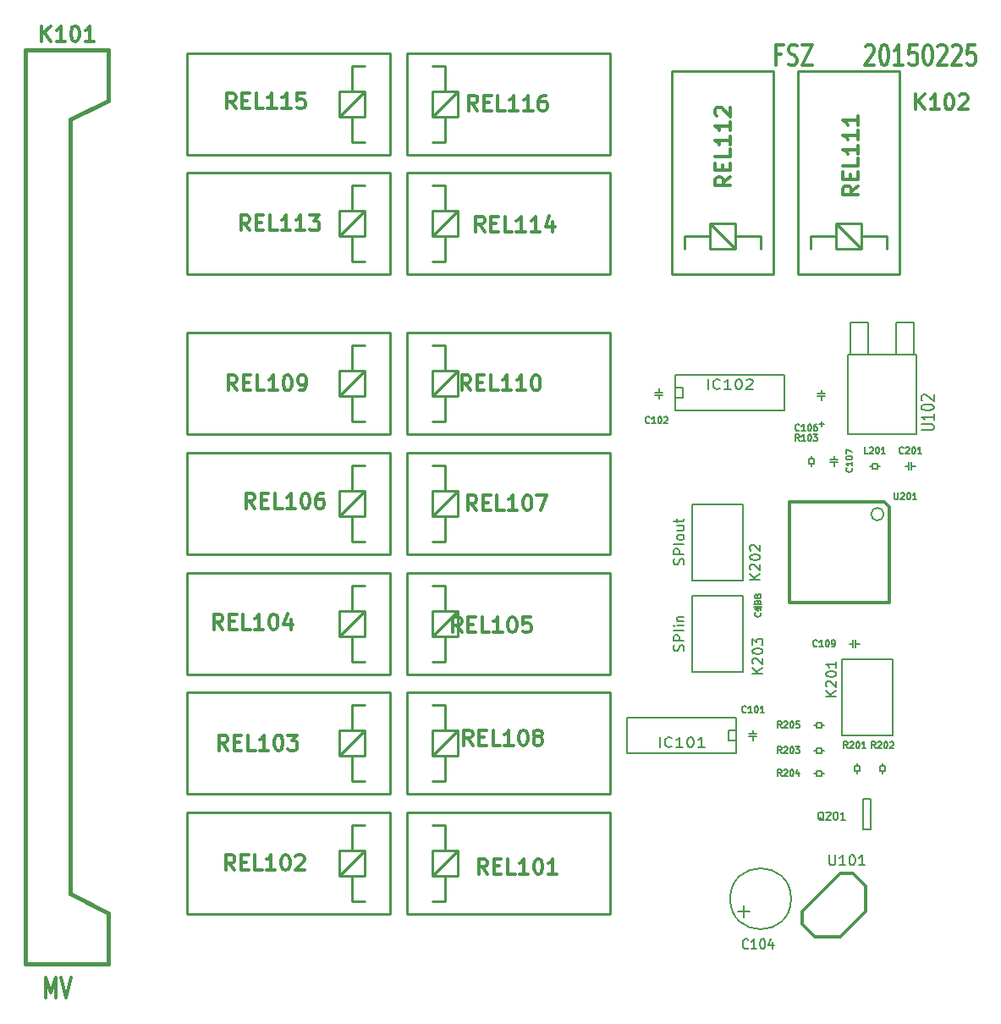
<source format=gto>
G04 #@! TF.GenerationSoftware,KiCad,Pcbnew,(5.1.5)-3*
G04 #@! TF.CreationDate,2021-08-30T19:37:19+02:00*
G04 #@! TF.ProjectId,fsz,66737a2e-6b69-4636-9164-5f7063625858,0427 -*
G04 #@! TF.SameCoordinates,Original*
G04 #@! TF.FileFunction,Legend,Top*
G04 #@! TF.FilePolarity,Positive*
%FSLAX46Y46*%
G04 Gerber Fmt 4.6, Leading zero omitted, Abs format (unit mm)*
G04 Created by KiCad (PCBNEW (5.1.5)-3) date 2021-08-30 19:37:19*
%MOMM*%
%LPD*%
G04 APERTURE LIST*
%ADD10C,0.304800*%
%ADD11C,0.127000*%
%ADD12C,0.203200*%
%ADD13C,0.381000*%
%ADD14C,0.254000*%
%ADD15C,0.152400*%
%ADD16C,0.190500*%
G04 APERTURE END LIST*
D10*
X68688857Y-150779238D02*
X68688857Y-148747238D01*
X69196857Y-150198666D01*
X69704857Y-148747238D01*
X69704857Y-150779238D01*
X70212857Y-148747238D02*
X70720857Y-150779238D01*
X71228857Y-148747238D01*
X150694571Y-55595761D02*
X150767142Y-55499000D01*
X150912285Y-55402238D01*
X151275142Y-55402238D01*
X151420285Y-55499000D01*
X151492857Y-55595761D01*
X151565428Y-55789285D01*
X151565428Y-55982809D01*
X151492857Y-56273095D01*
X150622000Y-57434238D01*
X151565428Y-57434238D01*
X152508857Y-55402238D02*
X152654000Y-55402238D01*
X152799142Y-55499000D01*
X152871714Y-55595761D01*
X152944285Y-55789285D01*
X153016857Y-56176333D01*
X153016857Y-56660142D01*
X152944285Y-57047190D01*
X152871714Y-57240714D01*
X152799142Y-57337476D01*
X152654000Y-57434238D01*
X152508857Y-57434238D01*
X152363714Y-57337476D01*
X152291142Y-57240714D01*
X152218571Y-57047190D01*
X152146000Y-56660142D01*
X152146000Y-56176333D01*
X152218571Y-55789285D01*
X152291142Y-55595761D01*
X152363714Y-55499000D01*
X152508857Y-55402238D01*
X154468285Y-57434238D02*
X153597428Y-57434238D01*
X154032857Y-57434238D02*
X154032857Y-55402238D01*
X153887714Y-55692523D01*
X153742571Y-55886047D01*
X153597428Y-55982809D01*
X155847142Y-55402238D02*
X155121428Y-55402238D01*
X155048857Y-56369857D01*
X155121428Y-56273095D01*
X155266571Y-56176333D01*
X155629428Y-56176333D01*
X155774571Y-56273095D01*
X155847142Y-56369857D01*
X155919714Y-56563380D01*
X155919714Y-57047190D01*
X155847142Y-57240714D01*
X155774571Y-57337476D01*
X155629428Y-57434238D01*
X155266571Y-57434238D01*
X155121428Y-57337476D01*
X155048857Y-57240714D01*
X156863142Y-55402238D02*
X157008285Y-55402238D01*
X157153428Y-55499000D01*
X157226000Y-55595761D01*
X157298571Y-55789285D01*
X157371142Y-56176333D01*
X157371142Y-56660142D01*
X157298571Y-57047190D01*
X157226000Y-57240714D01*
X157153428Y-57337476D01*
X157008285Y-57434238D01*
X156863142Y-57434238D01*
X156718000Y-57337476D01*
X156645428Y-57240714D01*
X156572857Y-57047190D01*
X156500285Y-56660142D01*
X156500285Y-56176333D01*
X156572857Y-55789285D01*
X156645428Y-55595761D01*
X156718000Y-55499000D01*
X156863142Y-55402238D01*
X157951714Y-55595761D02*
X158024285Y-55499000D01*
X158169428Y-55402238D01*
X158532285Y-55402238D01*
X158677428Y-55499000D01*
X158750000Y-55595761D01*
X158822571Y-55789285D01*
X158822571Y-55982809D01*
X158750000Y-56273095D01*
X157879142Y-57434238D01*
X158822571Y-57434238D01*
X159403142Y-55595761D02*
X159475714Y-55499000D01*
X159620857Y-55402238D01*
X159983714Y-55402238D01*
X160128857Y-55499000D01*
X160201428Y-55595761D01*
X160274000Y-55789285D01*
X160274000Y-55982809D01*
X160201428Y-56273095D01*
X159330571Y-57434238D01*
X160274000Y-57434238D01*
X161652857Y-55402238D02*
X160927142Y-55402238D01*
X160854571Y-56369857D01*
X160927142Y-56273095D01*
X161072285Y-56176333D01*
X161435142Y-56176333D01*
X161580285Y-56273095D01*
X161652857Y-56369857D01*
X161725428Y-56563380D01*
X161725428Y-57047190D01*
X161652857Y-57240714D01*
X161580285Y-57337476D01*
X161435142Y-57434238D01*
X161072285Y-57434238D01*
X160927142Y-57337476D01*
X160854571Y-57240714D01*
X142276285Y-56369857D02*
X141768285Y-56369857D01*
X141768285Y-57434238D02*
X141768285Y-55402238D01*
X142494000Y-55402238D01*
X143002000Y-57337476D02*
X143219714Y-57434238D01*
X143582571Y-57434238D01*
X143727714Y-57337476D01*
X143800285Y-57240714D01*
X143872857Y-57047190D01*
X143872857Y-56853666D01*
X143800285Y-56660142D01*
X143727714Y-56563380D01*
X143582571Y-56466619D01*
X143292285Y-56369857D01*
X143147142Y-56273095D01*
X143074571Y-56176333D01*
X143002000Y-55982809D01*
X143002000Y-55789285D01*
X143074571Y-55595761D01*
X143147142Y-55499000D01*
X143292285Y-55402238D01*
X143655142Y-55402238D01*
X143872857Y-55499000D01*
X144380857Y-55402238D02*
X145396857Y-55402238D01*
X144380857Y-57434238D01*
X145396857Y-57434238D01*
D11*
X139446000Y-124587000D02*
X139446000Y-124968000D01*
X139827000Y-124587000D02*
X139065000Y-124587000D01*
X139446000Y-123952000D02*
X139446000Y-124333000D01*
X139446000Y-124333000D02*
X139827000Y-124333000D01*
X139827000Y-124333000D02*
X139065000Y-124333000D01*
X130048000Y-90170000D02*
X130048000Y-89789000D01*
X129667000Y-90170000D02*
X130429000Y-90170000D01*
X130048000Y-90805000D02*
X130048000Y-90424000D01*
X130048000Y-90424000D02*
X129667000Y-90424000D01*
X129667000Y-90424000D02*
X130429000Y-90424000D01*
D12*
X143256000Y-140843000D02*
G75*
G03X143256000Y-140843000I-3048000J0D01*
G01*
D11*
X146304000Y-93091000D02*
X146304000Y-93599000D01*
X146558000Y-93345000D02*
X146050000Y-93345000D01*
X146304000Y-90551000D02*
X146304000Y-90932000D01*
X146685000Y-90551000D02*
X145923000Y-90551000D01*
X146304000Y-89916000D02*
X146304000Y-90297000D01*
X146304000Y-90297000D02*
X146685000Y-90297000D01*
X146685000Y-90297000D02*
X145923000Y-90297000D01*
X147193000Y-97155000D02*
X147955000Y-97155000D01*
X147574000Y-97155000D02*
X147193000Y-97155000D01*
X147574000Y-97536000D02*
X147574000Y-97155000D01*
X147193000Y-96901000D02*
X147955000Y-96901000D01*
X147574000Y-96901000D02*
X147574000Y-96520000D01*
X140335000Y-111379000D02*
X139573000Y-111379000D01*
X139954000Y-111379000D02*
X140335000Y-111379000D01*
X139954000Y-110998000D02*
X139954000Y-111379000D01*
X140335000Y-111633000D02*
X139573000Y-111633000D01*
X139954000Y-111633000D02*
X139954000Y-112014000D01*
X149479000Y-115316000D02*
X149098000Y-115316000D01*
X149479000Y-115697000D02*
X149479000Y-114935000D01*
X150114000Y-115316000D02*
X149733000Y-115316000D01*
X149733000Y-115316000D02*
X149733000Y-115697000D01*
X149733000Y-115697000D02*
X149733000Y-114935000D01*
X155067000Y-97155000D02*
X155067000Y-97917000D01*
X155067000Y-97536000D02*
X155067000Y-97155000D01*
X154686000Y-97536000D02*
X155067000Y-97536000D01*
X155321000Y-97155000D02*
X155321000Y-97917000D01*
X155321000Y-97536000D02*
X155702000Y-97536000D01*
D12*
X137795000Y-126238000D02*
X126873000Y-126238000D01*
X126873000Y-126238000D02*
X126873000Y-122682000D01*
X126873000Y-122682000D02*
X137795000Y-122682000D01*
X137795000Y-122682000D02*
X137795000Y-126238000D01*
X137795000Y-124968000D02*
X137033000Y-124968000D01*
X137033000Y-124968000D02*
X137033000Y-123952000D01*
X137033000Y-123952000D02*
X137795000Y-123952000D01*
X132461000Y-90678000D02*
X131699000Y-90678000D01*
X132461000Y-89662000D02*
X132461000Y-90678000D01*
X131699000Y-89662000D02*
X132461000Y-89662000D01*
X131699000Y-91948000D02*
X131699000Y-88392000D01*
X142621000Y-91948000D02*
X131699000Y-91948000D01*
X142621000Y-88392000D02*
X142621000Y-91948000D01*
X131699000Y-88392000D02*
X142621000Y-88392000D01*
D13*
X66675000Y-55880000D02*
X66675000Y-147320000D01*
X66675000Y-147320000D02*
X74930000Y-147320000D01*
X74930000Y-147320000D02*
X74930000Y-142240000D01*
X74930000Y-142240000D02*
X71120000Y-140335000D01*
X71120000Y-140335000D02*
X71120000Y-62865000D01*
X71120000Y-62865000D02*
X74930000Y-60960000D01*
X74930000Y-60960000D02*
X74930000Y-55880000D01*
X74930000Y-55880000D02*
X66675000Y-55880000D01*
D12*
X148336000Y-124460000D02*
X148336000Y-116840000D01*
X153416000Y-116840000D02*
X153416000Y-124460000D01*
X153416000Y-124460000D02*
X148336000Y-124460000D01*
X148336000Y-116840000D02*
X153416000Y-116840000D01*
X133350000Y-101346000D02*
X138430000Y-101346000D01*
X138430000Y-108966000D02*
X133350000Y-108966000D01*
X138430000Y-101346000D02*
X138430000Y-108966000D01*
X133350000Y-108966000D02*
X133350000Y-101346000D01*
X133350000Y-118110000D02*
X133350000Y-110490000D01*
X138430000Y-110490000D02*
X138430000Y-118110000D01*
X138430000Y-118110000D02*
X133350000Y-118110000D01*
X133350000Y-110490000D02*
X138430000Y-110490000D01*
D11*
X151892000Y-97536000D02*
X152146000Y-97536000D01*
X151130000Y-97536000D02*
X151384000Y-97536000D01*
X151384000Y-97282000D02*
X151384000Y-97663000D01*
X151384000Y-97663000D02*
X151384000Y-97790000D01*
X151384000Y-97790000D02*
X151892000Y-97790000D01*
X151892000Y-97790000D02*
X151892000Y-97282000D01*
X151892000Y-97282000D02*
X151384000Y-97282000D01*
X151257000Y-130810000D02*
X151257000Y-133858000D01*
X151257000Y-133858000D02*
X150495000Y-133858000D01*
X150495000Y-133858000D02*
X150495000Y-130810000D01*
X150495000Y-130810000D02*
X151257000Y-130810000D01*
X145288000Y-96774000D02*
X145288000Y-96520000D01*
X145288000Y-97536000D02*
X145288000Y-97282000D01*
X145034000Y-97282000D02*
X145415000Y-97282000D01*
X145415000Y-97282000D02*
X145542000Y-97282000D01*
X145542000Y-97282000D02*
X145542000Y-96774000D01*
X145542000Y-96774000D02*
X145034000Y-96774000D01*
X145034000Y-96774000D02*
X145034000Y-97282000D01*
X149860000Y-127508000D02*
X149860000Y-127254000D01*
X149860000Y-128270000D02*
X149860000Y-128016000D01*
X149606000Y-128016000D02*
X149987000Y-128016000D01*
X149987000Y-128016000D02*
X150114000Y-128016000D01*
X150114000Y-128016000D02*
X150114000Y-127508000D01*
X150114000Y-127508000D02*
X149606000Y-127508000D01*
X149606000Y-127508000D02*
X149606000Y-128016000D01*
X152146000Y-127508000D02*
X152146000Y-128016000D01*
X152654000Y-127508000D02*
X152146000Y-127508000D01*
X152654000Y-128016000D02*
X152654000Y-127508000D01*
X152527000Y-128016000D02*
X152654000Y-128016000D01*
X152146000Y-128016000D02*
X152527000Y-128016000D01*
X152400000Y-128270000D02*
X152400000Y-128016000D01*
X152400000Y-127508000D02*
X152400000Y-127254000D01*
X146304000Y-125984000D02*
X146558000Y-125984000D01*
X145542000Y-125984000D02*
X145796000Y-125984000D01*
X145796000Y-125730000D02*
X145796000Y-126111000D01*
X145796000Y-126111000D02*
X145796000Y-126238000D01*
X145796000Y-126238000D02*
X146304000Y-126238000D01*
X146304000Y-126238000D02*
X146304000Y-125730000D01*
X146304000Y-125730000D02*
X145796000Y-125730000D01*
X145796000Y-128524000D02*
X146304000Y-128524000D01*
X145796000Y-128016000D02*
X145796000Y-128524000D01*
X146304000Y-128016000D02*
X145796000Y-128016000D01*
X146304000Y-128143000D02*
X146304000Y-128016000D01*
X146304000Y-128524000D02*
X146304000Y-128143000D01*
X146558000Y-128270000D02*
X146304000Y-128270000D01*
X145796000Y-128270000D02*
X145542000Y-128270000D01*
X146304000Y-123190000D02*
X145796000Y-123190000D01*
X146304000Y-123698000D02*
X146304000Y-123190000D01*
X145796000Y-123698000D02*
X146304000Y-123698000D01*
X145796000Y-123571000D02*
X145796000Y-123698000D01*
X145796000Y-123190000D02*
X145796000Y-123571000D01*
X145542000Y-123444000D02*
X145796000Y-123444000D01*
X146304000Y-123444000D02*
X146558000Y-123444000D01*
D14*
X109920000Y-136030000D02*
X108650000Y-136030000D01*
X109920000Y-138570000D02*
X109920000Y-136030000D01*
X107380000Y-138570000D02*
X109920000Y-138570000D01*
X107380000Y-136030000D02*
X107380000Y-138570000D01*
X108650000Y-136030000D02*
X107380000Y-136030000D01*
X108650000Y-134760000D02*
X108650000Y-136030000D01*
X108650000Y-133490000D02*
X108650000Y-134760000D01*
X107380000Y-133490000D02*
X108650000Y-133490000D01*
X108650000Y-141110000D02*
X107380000Y-141110000D01*
X108650000Y-138570000D02*
X108650000Y-141110000D01*
X107380000Y-138570000D02*
X109920000Y-136030000D01*
X125160000Y-132220000D02*
X104840000Y-132220000D01*
X125160000Y-142380000D02*
X125160000Y-132220000D01*
X104840000Y-142380000D02*
X125160000Y-142380000D01*
X104840000Y-132220000D02*
X104840000Y-142380000D01*
X98080000Y-138570000D02*
X99350000Y-138570000D01*
X98080000Y-136030000D02*
X98080000Y-138570000D01*
X100620000Y-136030000D02*
X98080000Y-136030000D01*
X100620000Y-138570000D02*
X100620000Y-136030000D01*
X99350000Y-138570000D02*
X100620000Y-138570000D01*
X99350000Y-139840000D02*
X99350000Y-138570000D01*
X99350000Y-141110000D02*
X99350000Y-139840000D01*
X100620000Y-141110000D02*
X99350000Y-141110000D01*
X99350000Y-133490000D02*
X100620000Y-133490000D01*
X99350000Y-136030000D02*
X99350000Y-133490000D01*
X100620000Y-136030000D02*
X98080000Y-138570000D01*
X82840000Y-142380000D02*
X103160000Y-142380000D01*
X82840000Y-132220000D02*
X82840000Y-142380000D01*
X103160000Y-132220000D02*
X82840000Y-132220000D01*
X103160000Y-142380000D02*
X103160000Y-132220000D01*
X103160000Y-130380000D02*
X103160000Y-120220000D01*
X103160000Y-120220000D02*
X82840000Y-120220000D01*
X82840000Y-120220000D02*
X82840000Y-130380000D01*
X82840000Y-130380000D02*
X103160000Y-130380000D01*
X100620000Y-124030000D02*
X98080000Y-126570000D01*
X99350000Y-124030000D02*
X99350000Y-121490000D01*
X99350000Y-121490000D02*
X100620000Y-121490000D01*
X100620000Y-129110000D02*
X99350000Y-129110000D01*
X99350000Y-129110000D02*
X99350000Y-127840000D01*
X99350000Y-127840000D02*
X99350000Y-126570000D01*
X99350000Y-126570000D02*
X100620000Y-126570000D01*
X100620000Y-126570000D02*
X100620000Y-124030000D01*
X100620000Y-124030000D02*
X98080000Y-124030000D01*
X98080000Y-124030000D02*
X98080000Y-126570000D01*
X98080000Y-126570000D02*
X99350000Y-126570000D01*
X103160000Y-118380000D02*
X103160000Y-108220000D01*
X103160000Y-108220000D02*
X82840000Y-108220000D01*
X82840000Y-108220000D02*
X82840000Y-118380000D01*
X82840000Y-118380000D02*
X103160000Y-118380000D01*
X100620000Y-112030000D02*
X98080000Y-114570000D01*
X99350000Y-112030000D02*
X99350000Y-109490000D01*
X99350000Y-109490000D02*
X100620000Y-109490000D01*
X100620000Y-117110000D02*
X99350000Y-117110000D01*
X99350000Y-117110000D02*
X99350000Y-115840000D01*
X99350000Y-115840000D02*
X99350000Y-114570000D01*
X99350000Y-114570000D02*
X100620000Y-114570000D01*
X100620000Y-114570000D02*
X100620000Y-112030000D01*
X100620000Y-112030000D02*
X98080000Y-112030000D01*
X98080000Y-112030000D02*
X98080000Y-114570000D01*
X98080000Y-114570000D02*
X99350000Y-114570000D01*
X109920000Y-112030000D02*
X108650000Y-112030000D01*
X109920000Y-114570000D02*
X109920000Y-112030000D01*
X107380000Y-114570000D02*
X109920000Y-114570000D01*
X107380000Y-112030000D02*
X107380000Y-114570000D01*
X108650000Y-112030000D02*
X107380000Y-112030000D01*
X108650000Y-110760000D02*
X108650000Y-112030000D01*
X108650000Y-109490000D02*
X108650000Y-110760000D01*
X107380000Y-109490000D02*
X108650000Y-109490000D01*
X108650000Y-117110000D02*
X107380000Y-117110000D01*
X108650000Y-114570000D02*
X108650000Y-117110000D01*
X107380000Y-114570000D02*
X109920000Y-112030000D01*
X125160000Y-108220000D02*
X104840000Y-108220000D01*
X125160000Y-118380000D02*
X125160000Y-108220000D01*
X104840000Y-118380000D02*
X125160000Y-118380000D01*
X104840000Y-108220000D02*
X104840000Y-118380000D01*
X103160000Y-106380000D02*
X103160000Y-96220000D01*
X103160000Y-96220000D02*
X82840000Y-96220000D01*
X82840000Y-96220000D02*
X82840000Y-106380000D01*
X82840000Y-106380000D02*
X103160000Y-106380000D01*
X100620000Y-100030000D02*
X98080000Y-102570000D01*
X99350000Y-100030000D02*
X99350000Y-97490000D01*
X99350000Y-97490000D02*
X100620000Y-97490000D01*
X100620000Y-105110000D02*
X99350000Y-105110000D01*
X99350000Y-105110000D02*
X99350000Y-103840000D01*
X99350000Y-103840000D02*
X99350000Y-102570000D01*
X99350000Y-102570000D02*
X100620000Y-102570000D01*
X100620000Y-102570000D02*
X100620000Y-100030000D01*
X100620000Y-100030000D02*
X98080000Y-100030000D01*
X98080000Y-100030000D02*
X98080000Y-102570000D01*
X98080000Y-102570000D02*
X99350000Y-102570000D01*
X104840000Y-96220000D02*
X104840000Y-106380000D01*
X104840000Y-106380000D02*
X125160000Y-106380000D01*
X125160000Y-106380000D02*
X125160000Y-96220000D01*
X125160000Y-96220000D02*
X104840000Y-96220000D01*
X107380000Y-102570000D02*
X109920000Y-100030000D01*
X108650000Y-102570000D02*
X108650000Y-105110000D01*
X108650000Y-105110000D02*
X107380000Y-105110000D01*
X107380000Y-97490000D02*
X108650000Y-97490000D01*
X108650000Y-97490000D02*
X108650000Y-98760000D01*
X108650000Y-98760000D02*
X108650000Y-100030000D01*
X108650000Y-100030000D02*
X107380000Y-100030000D01*
X107380000Y-100030000D02*
X107380000Y-102570000D01*
X107380000Y-102570000D02*
X109920000Y-102570000D01*
X109920000Y-102570000D02*
X109920000Y-100030000D01*
X109920000Y-100030000D02*
X108650000Y-100030000D01*
X109920000Y-124030000D02*
X108650000Y-124030000D01*
X109920000Y-126570000D02*
X109920000Y-124030000D01*
X107380000Y-126570000D02*
X109920000Y-126570000D01*
X107380000Y-124030000D02*
X107380000Y-126570000D01*
X108650000Y-124030000D02*
X107380000Y-124030000D01*
X108650000Y-122760000D02*
X108650000Y-124030000D01*
X108650000Y-121490000D02*
X108650000Y-122760000D01*
X107380000Y-121490000D02*
X108650000Y-121490000D01*
X108650000Y-129110000D02*
X107380000Y-129110000D01*
X108650000Y-126570000D02*
X108650000Y-129110000D01*
X107380000Y-126570000D02*
X109920000Y-124030000D01*
X125160000Y-120220000D02*
X104840000Y-120220000D01*
X125160000Y-130380000D02*
X125160000Y-120220000D01*
X104840000Y-130380000D02*
X125160000Y-130380000D01*
X104840000Y-120220000D02*
X104840000Y-130380000D01*
X98080000Y-90570000D02*
X99350000Y-90570000D01*
X98080000Y-88030000D02*
X98080000Y-90570000D01*
X100620000Y-88030000D02*
X98080000Y-88030000D01*
X100620000Y-90570000D02*
X100620000Y-88030000D01*
X99350000Y-90570000D02*
X100620000Y-90570000D01*
X99350000Y-91840000D02*
X99350000Y-90570000D01*
X99350000Y-93110000D02*
X99350000Y-91840000D01*
X100620000Y-93110000D02*
X99350000Y-93110000D01*
X99350000Y-85490000D02*
X100620000Y-85490000D01*
X99350000Y-88030000D02*
X99350000Y-85490000D01*
X100620000Y-88030000D02*
X98080000Y-90570000D01*
X82840000Y-94380000D02*
X103160000Y-94380000D01*
X82840000Y-84220000D02*
X82840000Y-94380000D01*
X103160000Y-84220000D02*
X82840000Y-84220000D01*
X103160000Y-94380000D02*
X103160000Y-84220000D01*
X104840000Y-84220000D02*
X104840000Y-94380000D01*
X104840000Y-94380000D02*
X125160000Y-94380000D01*
X125160000Y-94380000D02*
X125160000Y-84220000D01*
X125160000Y-84220000D02*
X104840000Y-84220000D01*
X107380000Y-90570000D02*
X109920000Y-88030000D01*
X108650000Y-90570000D02*
X108650000Y-93110000D01*
X108650000Y-93110000D02*
X107380000Y-93110000D01*
X107380000Y-85490000D02*
X108650000Y-85490000D01*
X108650000Y-85490000D02*
X108650000Y-86760000D01*
X108650000Y-86760000D02*
X108650000Y-88030000D01*
X108650000Y-88030000D02*
X107380000Y-88030000D01*
X107380000Y-88030000D02*
X107380000Y-90570000D01*
X107380000Y-90570000D02*
X109920000Y-90570000D01*
X109920000Y-90570000D02*
X109920000Y-88030000D01*
X109920000Y-88030000D02*
X108650000Y-88030000D01*
X143920000Y-78360000D02*
X154080000Y-78360000D01*
X154080000Y-78360000D02*
X154080000Y-58040000D01*
X154080000Y-58040000D02*
X143920000Y-58040000D01*
X143920000Y-58040000D02*
X143920000Y-78360000D01*
X150270000Y-75820000D02*
X147730000Y-73280000D01*
X150270000Y-74550000D02*
X152810000Y-74550000D01*
X152810000Y-74550000D02*
X152810000Y-75820000D01*
X145190000Y-75820000D02*
X145190000Y-74550000D01*
X145190000Y-74550000D02*
X146460000Y-74550000D01*
X146460000Y-74550000D02*
X147730000Y-74550000D01*
X147730000Y-74550000D02*
X147730000Y-75820000D01*
X147730000Y-75820000D02*
X150270000Y-75820000D01*
X150270000Y-75820000D02*
X150270000Y-73280000D01*
X150270000Y-73280000D02*
X147730000Y-73280000D01*
X147730000Y-73280000D02*
X147730000Y-74550000D01*
X131320000Y-78360000D02*
X141480000Y-78360000D01*
X141480000Y-78360000D02*
X141480000Y-58040000D01*
X141480000Y-58040000D02*
X131320000Y-58040000D01*
X131320000Y-58040000D02*
X131320000Y-78360000D01*
X137670000Y-75820000D02*
X135130000Y-73280000D01*
X137670000Y-74550000D02*
X140210000Y-74550000D01*
X140210000Y-74550000D02*
X140210000Y-75820000D01*
X132590000Y-75820000D02*
X132590000Y-74550000D01*
X132590000Y-74550000D02*
X133860000Y-74550000D01*
X133860000Y-74550000D02*
X135130000Y-74550000D01*
X135130000Y-74550000D02*
X135130000Y-75820000D01*
X135130000Y-75820000D02*
X137670000Y-75820000D01*
X137670000Y-75820000D02*
X137670000Y-73280000D01*
X137670000Y-73280000D02*
X135130000Y-73280000D01*
X135130000Y-73280000D02*
X135130000Y-74550000D01*
X98080000Y-74570000D02*
X99350000Y-74570000D01*
X98080000Y-72030000D02*
X98080000Y-74570000D01*
X100620000Y-72030000D02*
X98080000Y-72030000D01*
X100620000Y-74570000D02*
X100620000Y-72030000D01*
X99350000Y-74570000D02*
X100620000Y-74570000D01*
X99350000Y-75840000D02*
X99350000Y-74570000D01*
X99350000Y-77110000D02*
X99350000Y-75840000D01*
X100620000Y-77110000D02*
X99350000Y-77110000D01*
X99350000Y-69490000D02*
X100620000Y-69490000D01*
X99350000Y-72030000D02*
X99350000Y-69490000D01*
X100620000Y-72030000D02*
X98080000Y-74570000D01*
X82840000Y-78380000D02*
X103160000Y-78380000D01*
X82840000Y-68220000D02*
X82840000Y-78380000D01*
X103160000Y-68220000D02*
X82840000Y-68220000D01*
X103160000Y-78380000D02*
X103160000Y-68220000D01*
X104840000Y-68220000D02*
X104840000Y-78380000D01*
X104840000Y-78380000D02*
X125160000Y-78380000D01*
X125160000Y-78380000D02*
X125160000Y-68220000D01*
X125160000Y-68220000D02*
X104840000Y-68220000D01*
X107380000Y-74570000D02*
X109920000Y-72030000D01*
X108650000Y-74570000D02*
X108650000Y-77110000D01*
X108650000Y-77110000D02*
X107380000Y-77110000D01*
X107380000Y-69490000D02*
X108650000Y-69490000D01*
X108650000Y-69490000D02*
X108650000Y-70760000D01*
X108650000Y-70760000D02*
X108650000Y-72030000D01*
X108650000Y-72030000D02*
X107380000Y-72030000D01*
X107380000Y-72030000D02*
X107380000Y-74570000D01*
X107380000Y-74570000D02*
X109920000Y-74570000D01*
X109920000Y-74570000D02*
X109920000Y-72030000D01*
X109920000Y-72030000D02*
X108650000Y-72030000D01*
X98080000Y-62570000D02*
X99350000Y-62570000D01*
X98080000Y-60030000D02*
X98080000Y-62570000D01*
X100620000Y-60030000D02*
X98080000Y-60030000D01*
X100620000Y-62570000D02*
X100620000Y-60030000D01*
X99350000Y-62570000D02*
X100620000Y-62570000D01*
X99350000Y-63840000D02*
X99350000Y-62570000D01*
X99350000Y-65110000D02*
X99350000Y-63840000D01*
X100620000Y-65110000D02*
X99350000Y-65110000D01*
X99350000Y-57490000D02*
X100620000Y-57490000D01*
X99350000Y-60030000D02*
X99350000Y-57490000D01*
X100620000Y-60030000D02*
X98080000Y-62570000D01*
X82840000Y-66380000D02*
X103160000Y-66380000D01*
X82840000Y-56220000D02*
X82840000Y-66380000D01*
X103160000Y-56220000D02*
X82840000Y-56220000D01*
X103160000Y-66380000D02*
X103160000Y-56220000D01*
X109920000Y-60030000D02*
X108650000Y-60030000D01*
X109920000Y-62570000D02*
X109920000Y-60030000D01*
X107380000Y-62570000D02*
X109920000Y-62570000D01*
X107380000Y-60030000D02*
X107380000Y-62570000D01*
X108650000Y-60030000D02*
X107380000Y-60030000D01*
X108650000Y-58760000D02*
X108650000Y-60030000D01*
X108650000Y-57490000D02*
X108650000Y-58760000D01*
X107380000Y-57490000D02*
X108650000Y-57490000D01*
X108650000Y-65110000D02*
X107380000Y-65110000D01*
X108650000Y-62570000D02*
X108650000Y-65110000D01*
X107380000Y-62570000D02*
X109920000Y-60030000D01*
X125160000Y-56220000D02*
X104840000Y-56220000D01*
X125160000Y-66380000D02*
X125160000Y-56220000D01*
X104840000Y-66380000D02*
X125160000Y-66380000D01*
X104840000Y-56220000D02*
X104840000Y-66380000D01*
D10*
X148209000Y-138303000D02*
X144399000Y-142113000D01*
X144399000Y-142113000D02*
X144399000Y-143383000D01*
X144399000Y-143383000D02*
X145669000Y-144653000D01*
X145669000Y-144653000D02*
X148209000Y-144653000D01*
X148209000Y-144653000D02*
X150749000Y-142113000D01*
X150749000Y-142113000D02*
X150749000Y-139573000D01*
X150749000Y-139573000D02*
X149479000Y-138303000D01*
X149479000Y-138303000D02*
X148209000Y-138303000D01*
D11*
X151003000Y-86360000D02*
X151003000Y-83185000D01*
X151003000Y-83185000D02*
X149225000Y-83185000D01*
X149225000Y-83185000D02*
X149225000Y-86360000D01*
X155575000Y-86360000D02*
X155575000Y-83185000D01*
X155575000Y-83185000D02*
X153797000Y-83185000D01*
X153797000Y-83185000D02*
X153797000Y-86360000D01*
X148971000Y-92456000D02*
X148971000Y-86360000D01*
X148971000Y-86360000D02*
X155829000Y-86360000D01*
X155829000Y-86360000D02*
X155829000Y-94234000D01*
X155829000Y-94361000D02*
X148971000Y-94361000D01*
X148971000Y-94234000D02*
X148971000Y-92456000D01*
D10*
X153085800Y-111175800D02*
X143078200Y-111175800D01*
X143078200Y-111175800D02*
X143078200Y-101168200D01*
X152603200Y-101168200D02*
X143078200Y-101168200D01*
X153085800Y-101650800D02*
X153085800Y-111175800D01*
X152603200Y-101168200D02*
X153085800Y-101650800D01*
D12*
X152527000Y-102362000D02*
G75*
G03X152527000Y-102362000I-635000J0D01*
G01*
D11*
X138735404Y-122146785D02*
X138705166Y-122177023D01*
X138614452Y-122207261D01*
X138553976Y-122207261D01*
X138463261Y-122177023D01*
X138402785Y-122116547D01*
X138372547Y-122056071D01*
X138342309Y-121935119D01*
X138342309Y-121844404D01*
X138372547Y-121723452D01*
X138402785Y-121662976D01*
X138463261Y-121602500D01*
X138553976Y-121572261D01*
X138614452Y-121572261D01*
X138705166Y-121602500D01*
X138735404Y-121632738D01*
X139340166Y-122207261D02*
X138977309Y-122207261D01*
X139158738Y-122207261D02*
X139158738Y-121572261D01*
X139098261Y-121662976D01*
X139037785Y-121723452D01*
X138977309Y-121753690D01*
X139733261Y-121572261D02*
X139793738Y-121572261D01*
X139854214Y-121602500D01*
X139884452Y-121632738D01*
X139914690Y-121693214D01*
X139944928Y-121814166D01*
X139944928Y-121965357D01*
X139914690Y-122086309D01*
X139884452Y-122146785D01*
X139854214Y-122177023D01*
X139793738Y-122207261D01*
X139733261Y-122207261D01*
X139672785Y-122177023D01*
X139642547Y-122146785D01*
X139612309Y-122086309D01*
X139582071Y-121965357D01*
X139582071Y-121814166D01*
X139612309Y-121693214D01*
X139642547Y-121632738D01*
X139672785Y-121602500D01*
X139733261Y-121572261D01*
X140549690Y-122207261D02*
X140186833Y-122207261D01*
X140368261Y-122207261D02*
X140368261Y-121572261D01*
X140307785Y-121662976D01*
X140247309Y-121723452D01*
X140186833Y-121753690D01*
X129083404Y-93190785D02*
X129053166Y-93221023D01*
X128962452Y-93251261D01*
X128901976Y-93251261D01*
X128811261Y-93221023D01*
X128750785Y-93160547D01*
X128720547Y-93100071D01*
X128690309Y-92979119D01*
X128690309Y-92888404D01*
X128720547Y-92767452D01*
X128750785Y-92706976D01*
X128811261Y-92646500D01*
X128901976Y-92616261D01*
X128962452Y-92616261D01*
X129053166Y-92646500D01*
X129083404Y-92676738D01*
X129688166Y-93251261D02*
X129325309Y-93251261D01*
X129506738Y-93251261D02*
X129506738Y-92616261D01*
X129446261Y-92706976D01*
X129385785Y-92767452D01*
X129325309Y-92797690D01*
X130081261Y-92616261D02*
X130141738Y-92616261D01*
X130202214Y-92646500D01*
X130232452Y-92676738D01*
X130262690Y-92737214D01*
X130292928Y-92858166D01*
X130292928Y-93009357D01*
X130262690Y-93130309D01*
X130232452Y-93190785D01*
X130202214Y-93221023D01*
X130141738Y-93251261D01*
X130081261Y-93251261D01*
X130020785Y-93221023D01*
X129990547Y-93190785D01*
X129960309Y-93130309D01*
X129930071Y-93009357D01*
X129930071Y-92858166D01*
X129960309Y-92737214D01*
X129990547Y-92676738D01*
X130020785Y-92646500D01*
X130081261Y-92616261D01*
X130534833Y-92676738D02*
X130565071Y-92646500D01*
X130625547Y-92616261D01*
X130776738Y-92616261D01*
X130837214Y-92646500D01*
X130867452Y-92676738D01*
X130897690Y-92737214D01*
X130897690Y-92797690D01*
X130867452Y-92888404D01*
X130504595Y-93251261D01*
X130897690Y-93251261D01*
D12*
X138959166Y-145777857D02*
X138916833Y-145826238D01*
X138789833Y-145874619D01*
X138705166Y-145874619D01*
X138578166Y-145826238D01*
X138493500Y-145729476D01*
X138451166Y-145632714D01*
X138408833Y-145439190D01*
X138408833Y-145294047D01*
X138451166Y-145100523D01*
X138493500Y-145003761D01*
X138578166Y-144907000D01*
X138705166Y-144858619D01*
X138789833Y-144858619D01*
X138916833Y-144907000D01*
X138959166Y-144955380D01*
X139805833Y-145874619D02*
X139297833Y-145874619D01*
X139551833Y-145874619D02*
X139551833Y-144858619D01*
X139467166Y-145003761D01*
X139382500Y-145100523D01*
X139297833Y-145148904D01*
X140356166Y-144858619D02*
X140440833Y-144858619D01*
X140525500Y-144907000D01*
X140567833Y-144955380D01*
X140610166Y-145052142D01*
X140652500Y-145245666D01*
X140652500Y-145487571D01*
X140610166Y-145681095D01*
X140567833Y-145777857D01*
X140525500Y-145826238D01*
X140440833Y-145874619D01*
X140356166Y-145874619D01*
X140271500Y-145826238D01*
X140229166Y-145777857D01*
X140186833Y-145681095D01*
X140144500Y-145487571D01*
X140144500Y-145245666D01*
X140186833Y-145052142D01*
X140229166Y-144955380D01*
X140271500Y-144907000D01*
X140356166Y-144858619D01*
X141414500Y-145197285D02*
X141414500Y-145874619D01*
X141202833Y-144810238D02*
X140991166Y-145535952D01*
X141541500Y-145535952D01*
X138538857Y-142693571D02*
X138538857Y-141532428D01*
X139119428Y-142113000D02*
X137958285Y-142113000D01*
D11*
X144069404Y-93952785D02*
X144039166Y-93983023D01*
X143948452Y-94013261D01*
X143887976Y-94013261D01*
X143797261Y-93983023D01*
X143736785Y-93922547D01*
X143706547Y-93862071D01*
X143676309Y-93741119D01*
X143676309Y-93650404D01*
X143706547Y-93529452D01*
X143736785Y-93468976D01*
X143797261Y-93408500D01*
X143887976Y-93378261D01*
X143948452Y-93378261D01*
X144039166Y-93408500D01*
X144069404Y-93438738D01*
X144674166Y-94013261D02*
X144311309Y-94013261D01*
X144492738Y-94013261D02*
X144492738Y-93378261D01*
X144432261Y-93468976D01*
X144371785Y-93529452D01*
X144311309Y-93559690D01*
X145067261Y-93378261D02*
X145127738Y-93378261D01*
X145188214Y-93408500D01*
X145218452Y-93438738D01*
X145248690Y-93499214D01*
X145278928Y-93620166D01*
X145278928Y-93771357D01*
X145248690Y-93892309D01*
X145218452Y-93952785D01*
X145188214Y-93983023D01*
X145127738Y-94013261D01*
X145067261Y-94013261D01*
X145006785Y-93983023D01*
X144976547Y-93952785D01*
X144946309Y-93892309D01*
X144916071Y-93771357D01*
X144916071Y-93620166D01*
X144946309Y-93499214D01*
X144976547Y-93438738D01*
X145006785Y-93408500D01*
X145067261Y-93378261D01*
X145823214Y-93378261D02*
X145702261Y-93378261D01*
X145641785Y-93408500D01*
X145611547Y-93438738D01*
X145551071Y-93529452D01*
X145520833Y-93650404D01*
X145520833Y-93892309D01*
X145551071Y-93952785D01*
X145581309Y-93983023D01*
X145641785Y-94013261D01*
X145762738Y-94013261D01*
X145823214Y-93983023D01*
X145853452Y-93952785D01*
X145883690Y-93892309D01*
X145883690Y-93741119D01*
X145853452Y-93680642D01*
X145823214Y-93650404D01*
X145762738Y-93620166D01*
X145641785Y-93620166D01*
X145581309Y-93650404D01*
X145551071Y-93680642D01*
X145520833Y-93741119D01*
X149324785Y-97738595D02*
X149355023Y-97768833D01*
X149385261Y-97859547D01*
X149385261Y-97920023D01*
X149355023Y-98010738D01*
X149294547Y-98071214D01*
X149234071Y-98101452D01*
X149113119Y-98131690D01*
X149022404Y-98131690D01*
X148901452Y-98101452D01*
X148840976Y-98071214D01*
X148780500Y-98010738D01*
X148750261Y-97920023D01*
X148750261Y-97859547D01*
X148780500Y-97768833D01*
X148810738Y-97738595D01*
X149385261Y-97133833D02*
X149385261Y-97496690D01*
X149385261Y-97315261D02*
X148750261Y-97315261D01*
X148840976Y-97375738D01*
X148901452Y-97436214D01*
X148931690Y-97496690D01*
X148750261Y-96740738D02*
X148750261Y-96680261D01*
X148780500Y-96619785D01*
X148810738Y-96589547D01*
X148871214Y-96559309D01*
X148992166Y-96529071D01*
X149143357Y-96529071D01*
X149264309Y-96559309D01*
X149324785Y-96589547D01*
X149355023Y-96619785D01*
X149385261Y-96680261D01*
X149385261Y-96740738D01*
X149355023Y-96801214D01*
X149324785Y-96831452D01*
X149264309Y-96861690D01*
X149143357Y-96891928D01*
X148992166Y-96891928D01*
X148871214Y-96861690D01*
X148810738Y-96831452D01*
X148780500Y-96801214D01*
X148750261Y-96740738D01*
X148750261Y-96317404D02*
X148750261Y-95894071D01*
X149385261Y-96166214D01*
X140180785Y-112216595D02*
X140211023Y-112246833D01*
X140241261Y-112337547D01*
X140241261Y-112398023D01*
X140211023Y-112488738D01*
X140150547Y-112549214D01*
X140090071Y-112579452D01*
X139969119Y-112609690D01*
X139878404Y-112609690D01*
X139757452Y-112579452D01*
X139696976Y-112549214D01*
X139636500Y-112488738D01*
X139606261Y-112398023D01*
X139606261Y-112337547D01*
X139636500Y-112246833D01*
X139666738Y-112216595D01*
X140241261Y-111611833D02*
X140241261Y-111974690D01*
X140241261Y-111793261D02*
X139606261Y-111793261D01*
X139696976Y-111853738D01*
X139757452Y-111914214D01*
X139787690Y-111974690D01*
X139606261Y-111218738D02*
X139606261Y-111158261D01*
X139636500Y-111097785D01*
X139666738Y-111067547D01*
X139727214Y-111037309D01*
X139848166Y-111007071D01*
X139999357Y-111007071D01*
X140120309Y-111037309D01*
X140180785Y-111067547D01*
X140211023Y-111097785D01*
X140241261Y-111158261D01*
X140241261Y-111218738D01*
X140211023Y-111279214D01*
X140180785Y-111309452D01*
X140120309Y-111339690D01*
X139999357Y-111369928D01*
X139848166Y-111369928D01*
X139727214Y-111339690D01*
X139666738Y-111309452D01*
X139636500Y-111279214D01*
X139606261Y-111218738D01*
X139878404Y-110644214D02*
X139848166Y-110704690D01*
X139817928Y-110734928D01*
X139757452Y-110765166D01*
X139727214Y-110765166D01*
X139666738Y-110734928D01*
X139636500Y-110704690D01*
X139606261Y-110644214D01*
X139606261Y-110523261D01*
X139636500Y-110462785D01*
X139666738Y-110432547D01*
X139727214Y-110402309D01*
X139757452Y-110402309D01*
X139817928Y-110432547D01*
X139848166Y-110462785D01*
X139878404Y-110523261D01*
X139878404Y-110644214D01*
X139908642Y-110704690D01*
X139938880Y-110734928D01*
X139999357Y-110765166D01*
X140120309Y-110765166D01*
X140180785Y-110734928D01*
X140211023Y-110704690D01*
X140241261Y-110644214D01*
X140241261Y-110523261D01*
X140211023Y-110462785D01*
X140180785Y-110432547D01*
X140120309Y-110402309D01*
X139999357Y-110402309D01*
X139938880Y-110432547D01*
X139908642Y-110462785D01*
X139878404Y-110523261D01*
X145847404Y-115542785D02*
X145817166Y-115573023D01*
X145726452Y-115603261D01*
X145665976Y-115603261D01*
X145575261Y-115573023D01*
X145514785Y-115512547D01*
X145484547Y-115452071D01*
X145454309Y-115331119D01*
X145454309Y-115240404D01*
X145484547Y-115119452D01*
X145514785Y-115058976D01*
X145575261Y-114998500D01*
X145665976Y-114968261D01*
X145726452Y-114968261D01*
X145817166Y-114998500D01*
X145847404Y-115028738D01*
X146452166Y-115603261D02*
X146089309Y-115603261D01*
X146270738Y-115603261D02*
X146270738Y-114968261D01*
X146210261Y-115058976D01*
X146149785Y-115119452D01*
X146089309Y-115149690D01*
X146845261Y-114968261D02*
X146905738Y-114968261D01*
X146966214Y-114998500D01*
X146996452Y-115028738D01*
X147026690Y-115089214D01*
X147056928Y-115210166D01*
X147056928Y-115361357D01*
X147026690Y-115482309D01*
X146996452Y-115542785D01*
X146966214Y-115573023D01*
X146905738Y-115603261D01*
X146845261Y-115603261D01*
X146784785Y-115573023D01*
X146754547Y-115542785D01*
X146724309Y-115482309D01*
X146694071Y-115361357D01*
X146694071Y-115210166D01*
X146724309Y-115089214D01*
X146754547Y-115028738D01*
X146784785Y-114998500D01*
X146845261Y-114968261D01*
X147359309Y-115603261D02*
X147480261Y-115603261D01*
X147540738Y-115573023D01*
X147570976Y-115542785D01*
X147631452Y-115452071D01*
X147661690Y-115331119D01*
X147661690Y-115089214D01*
X147631452Y-115028738D01*
X147601214Y-114998500D01*
X147540738Y-114968261D01*
X147419785Y-114968261D01*
X147359309Y-114998500D01*
X147329071Y-115028738D01*
X147298833Y-115089214D01*
X147298833Y-115240404D01*
X147329071Y-115300880D01*
X147359309Y-115331119D01*
X147419785Y-115361357D01*
X147540738Y-115361357D01*
X147601214Y-115331119D01*
X147631452Y-115300880D01*
X147661690Y-115240404D01*
X154483404Y-96238785D02*
X154453166Y-96269023D01*
X154362452Y-96299261D01*
X154301976Y-96299261D01*
X154211261Y-96269023D01*
X154150785Y-96208547D01*
X154120547Y-96148071D01*
X154090309Y-96027119D01*
X154090309Y-95936404D01*
X154120547Y-95815452D01*
X154150785Y-95754976D01*
X154211261Y-95694500D01*
X154301976Y-95664261D01*
X154362452Y-95664261D01*
X154453166Y-95694500D01*
X154483404Y-95724738D01*
X154725309Y-95724738D02*
X154755547Y-95694500D01*
X154816023Y-95664261D01*
X154967214Y-95664261D01*
X155027690Y-95694500D01*
X155057928Y-95724738D01*
X155088166Y-95785214D01*
X155088166Y-95845690D01*
X155057928Y-95936404D01*
X154695071Y-96299261D01*
X155088166Y-96299261D01*
X155481261Y-95664261D02*
X155541738Y-95664261D01*
X155602214Y-95694500D01*
X155632452Y-95724738D01*
X155662690Y-95785214D01*
X155692928Y-95906166D01*
X155692928Y-96057357D01*
X155662690Y-96178309D01*
X155632452Y-96238785D01*
X155602214Y-96269023D01*
X155541738Y-96299261D01*
X155481261Y-96299261D01*
X155420785Y-96269023D01*
X155390547Y-96238785D01*
X155360309Y-96178309D01*
X155330071Y-96057357D01*
X155330071Y-95906166D01*
X155360309Y-95785214D01*
X155390547Y-95724738D01*
X155420785Y-95694500D01*
X155481261Y-95664261D01*
X156297690Y-96299261D02*
X155934833Y-96299261D01*
X156116261Y-96299261D02*
X156116261Y-95664261D01*
X156055785Y-95754976D01*
X155995309Y-95815452D01*
X155934833Y-95845690D01*
X130129642Y-125681619D02*
X130129642Y-124665619D01*
X131327071Y-125584857D02*
X131272642Y-125633238D01*
X131109357Y-125681619D01*
X131000500Y-125681619D01*
X130837214Y-125633238D01*
X130728357Y-125536476D01*
X130673928Y-125439714D01*
X130619500Y-125246190D01*
X130619500Y-125101047D01*
X130673928Y-124907523D01*
X130728357Y-124810761D01*
X130837214Y-124714000D01*
X131000500Y-124665619D01*
X131109357Y-124665619D01*
X131272642Y-124714000D01*
X131327071Y-124762380D01*
X132415642Y-125681619D02*
X131762500Y-125681619D01*
X132089071Y-125681619D02*
X132089071Y-124665619D01*
X131980214Y-124810761D01*
X131871357Y-124907523D01*
X131762500Y-124955904D01*
X133123214Y-124665619D02*
X133232071Y-124665619D01*
X133340928Y-124714000D01*
X133395357Y-124762380D01*
X133449785Y-124859142D01*
X133504214Y-125052666D01*
X133504214Y-125294571D01*
X133449785Y-125488095D01*
X133395357Y-125584857D01*
X133340928Y-125633238D01*
X133232071Y-125681619D01*
X133123214Y-125681619D01*
X133014357Y-125633238D01*
X132959928Y-125584857D01*
X132905500Y-125488095D01*
X132851071Y-125294571D01*
X132851071Y-125052666D01*
X132905500Y-124859142D01*
X132959928Y-124762380D01*
X133014357Y-124714000D01*
X133123214Y-124665619D01*
X134592785Y-125681619D02*
X133939642Y-125681619D01*
X134266214Y-125681619D02*
X134266214Y-124665619D01*
X134157357Y-124810761D01*
X134048500Y-124907523D01*
X133939642Y-124955904D01*
X134955642Y-89867619D02*
X134955642Y-88851619D01*
X136153071Y-89770857D02*
X136098642Y-89819238D01*
X135935357Y-89867619D01*
X135826500Y-89867619D01*
X135663214Y-89819238D01*
X135554357Y-89722476D01*
X135499928Y-89625714D01*
X135445500Y-89432190D01*
X135445500Y-89287047D01*
X135499928Y-89093523D01*
X135554357Y-88996761D01*
X135663214Y-88900000D01*
X135826500Y-88851619D01*
X135935357Y-88851619D01*
X136098642Y-88900000D01*
X136153071Y-88948380D01*
X137241642Y-89867619D02*
X136588500Y-89867619D01*
X136915071Y-89867619D02*
X136915071Y-88851619D01*
X136806214Y-88996761D01*
X136697357Y-89093523D01*
X136588500Y-89141904D01*
X137949214Y-88851619D02*
X138058071Y-88851619D01*
X138166928Y-88900000D01*
X138221357Y-88948380D01*
X138275785Y-89045142D01*
X138330214Y-89238666D01*
X138330214Y-89480571D01*
X138275785Y-89674095D01*
X138221357Y-89770857D01*
X138166928Y-89819238D01*
X138058071Y-89867619D01*
X137949214Y-89867619D01*
X137840357Y-89819238D01*
X137785928Y-89770857D01*
X137731500Y-89674095D01*
X137677071Y-89480571D01*
X137677071Y-89238666D01*
X137731500Y-89045142D01*
X137785928Y-88948380D01*
X137840357Y-88900000D01*
X137949214Y-88851619D01*
X138765642Y-88948380D02*
X138820071Y-88900000D01*
X138928928Y-88851619D01*
X139201071Y-88851619D01*
X139309928Y-88900000D01*
X139364357Y-88948380D01*
X139418785Y-89045142D01*
X139418785Y-89141904D01*
X139364357Y-89287047D01*
X138711214Y-89867619D01*
X139418785Y-89867619D01*
D10*
X68289714Y-55045428D02*
X68289714Y-53521428D01*
X69160571Y-55045428D02*
X68507428Y-54174571D01*
X69160571Y-53521428D02*
X68289714Y-54392285D01*
X70612000Y-55045428D02*
X69741142Y-55045428D01*
X70176571Y-55045428D02*
X70176571Y-53521428D01*
X70031428Y-53739142D01*
X69886285Y-53884285D01*
X69741142Y-53956857D01*
X71555428Y-53521428D02*
X71700571Y-53521428D01*
X71845714Y-53594000D01*
X71918285Y-53666571D01*
X71990857Y-53811714D01*
X72063428Y-54102000D01*
X72063428Y-54464857D01*
X71990857Y-54755142D01*
X71918285Y-54900285D01*
X71845714Y-54972857D01*
X71700571Y-55045428D01*
X71555428Y-55045428D01*
X71410285Y-54972857D01*
X71337714Y-54900285D01*
X71265142Y-54755142D01*
X71192571Y-54464857D01*
X71192571Y-54102000D01*
X71265142Y-53811714D01*
X71337714Y-53666571D01*
X71410285Y-53594000D01*
X71555428Y-53521428D01*
X73514857Y-55045428D02*
X72644000Y-55045428D01*
X73079428Y-55045428D02*
X73079428Y-53521428D01*
X72934285Y-53739142D01*
X72789142Y-53884285D01*
X72644000Y-53956857D01*
X155741914Y-61888188D02*
X155741914Y-60364188D01*
X156612771Y-61888188D02*
X155959628Y-61017331D01*
X156612771Y-60364188D02*
X155741914Y-61235045D01*
X158064200Y-61888188D02*
X157193342Y-61888188D01*
X157628771Y-61888188D02*
X157628771Y-60364188D01*
X157483628Y-60581902D01*
X157338485Y-60727045D01*
X157193342Y-60799617D01*
X159007628Y-60364188D02*
X159152771Y-60364188D01*
X159297914Y-60436760D01*
X159370485Y-60509331D01*
X159443057Y-60654474D01*
X159515628Y-60944760D01*
X159515628Y-61307617D01*
X159443057Y-61597902D01*
X159370485Y-61743045D01*
X159297914Y-61815617D01*
X159152771Y-61888188D01*
X159007628Y-61888188D01*
X158862485Y-61815617D01*
X158789914Y-61743045D01*
X158717342Y-61597902D01*
X158644771Y-61307617D01*
X158644771Y-60944760D01*
X158717342Y-60654474D01*
X158789914Y-60509331D01*
X158862485Y-60436760D01*
X159007628Y-60364188D01*
X160096200Y-60509331D02*
X160168771Y-60436760D01*
X160313914Y-60364188D01*
X160676771Y-60364188D01*
X160821914Y-60436760D01*
X160894485Y-60509331D01*
X160967057Y-60654474D01*
X160967057Y-60799617D01*
X160894485Y-61017331D01*
X160023628Y-61888188D01*
X160967057Y-61888188D01*
D15*
X147779619Y-120589523D02*
X146763619Y-120589523D01*
X147779619Y-120008952D02*
X147199047Y-120444380D01*
X146763619Y-120008952D02*
X147344190Y-120589523D01*
X146860380Y-119621904D02*
X146812000Y-119573523D01*
X146763619Y-119476761D01*
X146763619Y-119234857D01*
X146812000Y-119138095D01*
X146860380Y-119089714D01*
X146957142Y-119041333D01*
X147053904Y-119041333D01*
X147199047Y-119089714D01*
X147779619Y-119670285D01*
X147779619Y-119041333D01*
X146763619Y-118412380D02*
X146763619Y-118315619D01*
X146812000Y-118218857D01*
X146860380Y-118170476D01*
X146957142Y-118122095D01*
X147150666Y-118073714D01*
X147392571Y-118073714D01*
X147586095Y-118122095D01*
X147682857Y-118170476D01*
X147731238Y-118218857D01*
X147779619Y-118315619D01*
X147779619Y-118412380D01*
X147731238Y-118509142D01*
X147682857Y-118557523D01*
X147586095Y-118605904D01*
X147392571Y-118654285D01*
X147150666Y-118654285D01*
X146957142Y-118605904D01*
X146860380Y-118557523D01*
X146812000Y-118509142D01*
X146763619Y-118412380D01*
X147779619Y-117106095D02*
X147779619Y-117686666D01*
X147779619Y-117396380D02*
X146763619Y-117396380D01*
X146908761Y-117493142D01*
X147005523Y-117589904D01*
X147053904Y-117686666D01*
X140159619Y-108905523D02*
X139143619Y-108905523D01*
X140159619Y-108324952D02*
X139579047Y-108760380D01*
X139143619Y-108324952D02*
X139724190Y-108905523D01*
X139240380Y-107937904D02*
X139192000Y-107889523D01*
X139143619Y-107792761D01*
X139143619Y-107550857D01*
X139192000Y-107454095D01*
X139240380Y-107405714D01*
X139337142Y-107357333D01*
X139433904Y-107357333D01*
X139579047Y-107405714D01*
X140159619Y-107986285D01*
X140159619Y-107357333D01*
X139143619Y-106728380D02*
X139143619Y-106631619D01*
X139192000Y-106534857D01*
X139240380Y-106486476D01*
X139337142Y-106438095D01*
X139530666Y-106389714D01*
X139772571Y-106389714D01*
X139966095Y-106438095D01*
X140062857Y-106486476D01*
X140111238Y-106534857D01*
X140159619Y-106631619D01*
X140159619Y-106728380D01*
X140111238Y-106825142D01*
X140062857Y-106873523D01*
X139966095Y-106921904D01*
X139772571Y-106970285D01*
X139530666Y-106970285D01*
X139337142Y-106921904D01*
X139240380Y-106873523D01*
X139192000Y-106825142D01*
X139143619Y-106728380D01*
X139240380Y-106002666D02*
X139192000Y-105954285D01*
X139143619Y-105857523D01*
X139143619Y-105615619D01*
X139192000Y-105518857D01*
X139240380Y-105470476D01*
X139337142Y-105422095D01*
X139433904Y-105422095D01*
X139579047Y-105470476D01*
X140159619Y-106051047D01*
X140159619Y-105422095D01*
X132491238Y-107405714D02*
X132539619Y-107260571D01*
X132539619Y-107018666D01*
X132491238Y-106921904D01*
X132442857Y-106873523D01*
X132346095Y-106825142D01*
X132249333Y-106825142D01*
X132152571Y-106873523D01*
X132104190Y-106921904D01*
X132055809Y-107018666D01*
X132007428Y-107212190D01*
X131959047Y-107308952D01*
X131910666Y-107357333D01*
X131813904Y-107405714D01*
X131717142Y-107405714D01*
X131620380Y-107357333D01*
X131572000Y-107308952D01*
X131523619Y-107212190D01*
X131523619Y-106970285D01*
X131572000Y-106825142D01*
X132539619Y-106389714D02*
X131523619Y-106389714D01*
X131523619Y-106002666D01*
X131572000Y-105905904D01*
X131620380Y-105857523D01*
X131717142Y-105809142D01*
X131862285Y-105809142D01*
X131959047Y-105857523D01*
X132007428Y-105905904D01*
X132055809Y-106002666D01*
X132055809Y-106389714D01*
X132539619Y-105373714D02*
X131523619Y-105373714D01*
X132539619Y-104744761D02*
X132491238Y-104841523D01*
X132442857Y-104889904D01*
X132346095Y-104938285D01*
X132055809Y-104938285D01*
X131959047Y-104889904D01*
X131910666Y-104841523D01*
X131862285Y-104744761D01*
X131862285Y-104599619D01*
X131910666Y-104502857D01*
X131959047Y-104454476D01*
X132055809Y-104406095D01*
X132346095Y-104406095D01*
X132442857Y-104454476D01*
X132491238Y-104502857D01*
X132539619Y-104599619D01*
X132539619Y-104744761D01*
X131862285Y-103535238D02*
X132539619Y-103535238D01*
X131862285Y-103970666D02*
X132394476Y-103970666D01*
X132491238Y-103922285D01*
X132539619Y-103825523D01*
X132539619Y-103680380D01*
X132491238Y-103583619D01*
X132442857Y-103535238D01*
X131862285Y-103196571D02*
X131862285Y-102809523D01*
X131523619Y-103051428D02*
X132394476Y-103051428D01*
X132491238Y-103003047D01*
X132539619Y-102906285D01*
X132539619Y-102809523D01*
X140413619Y-118303523D02*
X139397619Y-118303523D01*
X140413619Y-117722952D02*
X139833047Y-118158380D01*
X139397619Y-117722952D02*
X139978190Y-118303523D01*
X139494380Y-117335904D02*
X139446000Y-117287523D01*
X139397619Y-117190761D01*
X139397619Y-116948857D01*
X139446000Y-116852095D01*
X139494380Y-116803714D01*
X139591142Y-116755333D01*
X139687904Y-116755333D01*
X139833047Y-116803714D01*
X140413619Y-117384285D01*
X140413619Y-116755333D01*
X139397619Y-116126380D02*
X139397619Y-116029619D01*
X139446000Y-115932857D01*
X139494380Y-115884476D01*
X139591142Y-115836095D01*
X139784666Y-115787714D01*
X140026571Y-115787714D01*
X140220095Y-115836095D01*
X140316857Y-115884476D01*
X140365238Y-115932857D01*
X140413619Y-116029619D01*
X140413619Y-116126380D01*
X140365238Y-116223142D01*
X140316857Y-116271523D01*
X140220095Y-116319904D01*
X140026571Y-116368285D01*
X139784666Y-116368285D01*
X139591142Y-116319904D01*
X139494380Y-116271523D01*
X139446000Y-116223142D01*
X139397619Y-116126380D01*
X139397619Y-115449047D02*
X139397619Y-114820095D01*
X139784666Y-115158761D01*
X139784666Y-115013619D01*
X139833047Y-114916857D01*
X139881428Y-114868476D01*
X139978190Y-114820095D01*
X140220095Y-114820095D01*
X140316857Y-114868476D01*
X140365238Y-114916857D01*
X140413619Y-115013619D01*
X140413619Y-115303904D01*
X140365238Y-115400666D01*
X140316857Y-115449047D01*
X132491238Y-116041714D02*
X132539619Y-115896571D01*
X132539619Y-115654666D01*
X132491238Y-115557904D01*
X132442857Y-115509523D01*
X132346095Y-115461142D01*
X132249333Y-115461142D01*
X132152571Y-115509523D01*
X132104190Y-115557904D01*
X132055809Y-115654666D01*
X132007428Y-115848190D01*
X131959047Y-115944952D01*
X131910666Y-115993333D01*
X131813904Y-116041714D01*
X131717142Y-116041714D01*
X131620380Y-115993333D01*
X131572000Y-115944952D01*
X131523619Y-115848190D01*
X131523619Y-115606285D01*
X131572000Y-115461142D01*
X132539619Y-115025714D02*
X131523619Y-115025714D01*
X131523619Y-114638666D01*
X131572000Y-114541904D01*
X131620380Y-114493523D01*
X131717142Y-114445142D01*
X131862285Y-114445142D01*
X131959047Y-114493523D01*
X132007428Y-114541904D01*
X132055809Y-114638666D01*
X132055809Y-115025714D01*
X132539619Y-114009714D02*
X131523619Y-114009714D01*
X132539619Y-113525904D02*
X131862285Y-113525904D01*
X131523619Y-113525904D02*
X131572000Y-113574285D01*
X131620380Y-113525904D01*
X131572000Y-113477523D01*
X131523619Y-113525904D01*
X131620380Y-113525904D01*
X131862285Y-113042095D02*
X132539619Y-113042095D01*
X131959047Y-113042095D02*
X131910666Y-112993714D01*
X131862285Y-112896952D01*
X131862285Y-112751809D01*
X131910666Y-112655047D01*
X132007428Y-112606666D01*
X132539619Y-112606666D01*
D11*
X150927404Y-96299261D02*
X150625023Y-96299261D01*
X150625023Y-95664261D01*
X151108833Y-95724738D02*
X151139071Y-95694500D01*
X151199547Y-95664261D01*
X151350738Y-95664261D01*
X151411214Y-95694500D01*
X151441452Y-95724738D01*
X151471690Y-95785214D01*
X151471690Y-95845690D01*
X151441452Y-95936404D01*
X151078595Y-96299261D01*
X151471690Y-96299261D01*
X151864785Y-95664261D02*
X151925261Y-95664261D01*
X151985738Y-95694500D01*
X152015976Y-95724738D01*
X152046214Y-95785214D01*
X152076452Y-95906166D01*
X152076452Y-96057357D01*
X152046214Y-96178309D01*
X152015976Y-96238785D01*
X151985738Y-96269023D01*
X151925261Y-96299261D01*
X151864785Y-96299261D01*
X151804309Y-96269023D01*
X151774071Y-96238785D01*
X151743833Y-96178309D01*
X151713595Y-96057357D01*
X151713595Y-95906166D01*
X151743833Y-95785214D01*
X151774071Y-95724738D01*
X151804309Y-95694500D01*
X151864785Y-95664261D01*
X152681214Y-96299261D02*
X152318357Y-96299261D01*
X152499785Y-96299261D02*
X152499785Y-95664261D01*
X152439309Y-95754976D01*
X152378833Y-95815452D01*
X152318357Y-95845690D01*
D16*
X146521714Y-133005285D02*
X146449142Y-132969000D01*
X146376571Y-132896428D01*
X146267714Y-132787571D01*
X146195142Y-132751285D01*
X146122571Y-132751285D01*
X146158857Y-132932714D02*
X146086285Y-132896428D01*
X146013714Y-132823857D01*
X145977428Y-132678714D01*
X145977428Y-132424714D01*
X146013714Y-132279571D01*
X146086285Y-132207000D01*
X146158857Y-132170714D01*
X146304000Y-132170714D01*
X146376571Y-132207000D01*
X146449142Y-132279571D01*
X146485428Y-132424714D01*
X146485428Y-132678714D01*
X146449142Y-132823857D01*
X146376571Y-132896428D01*
X146304000Y-132932714D01*
X146158857Y-132932714D01*
X146775714Y-132243285D02*
X146812000Y-132207000D01*
X146884571Y-132170714D01*
X147066000Y-132170714D01*
X147138571Y-132207000D01*
X147174857Y-132243285D01*
X147211142Y-132315857D01*
X147211142Y-132388428D01*
X147174857Y-132497285D01*
X146739428Y-132932714D01*
X147211142Y-132932714D01*
X147682857Y-132170714D02*
X147755428Y-132170714D01*
X147828000Y-132207000D01*
X147864285Y-132243285D01*
X147900571Y-132315857D01*
X147936857Y-132461000D01*
X147936857Y-132642428D01*
X147900571Y-132787571D01*
X147864285Y-132860142D01*
X147828000Y-132896428D01*
X147755428Y-132932714D01*
X147682857Y-132932714D01*
X147610285Y-132896428D01*
X147574000Y-132860142D01*
X147537714Y-132787571D01*
X147501428Y-132642428D01*
X147501428Y-132461000D01*
X147537714Y-132315857D01*
X147574000Y-132243285D01*
X147610285Y-132207000D01*
X147682857Y-132170714D01*
X148662571Y-132932714D02*
X148227142Y-132932714D01*
X148444857Y-132932714D02*
X148444857Y-132170714D01*
X148372285Y-132279571D01*
X148299714Y-132352142D01*
X148227142Y-132388428D01*
D11*
X144069404Y-95029261D02*
X143857738Y-94726880D01*
X143706547Y-95029261D02*
X143706547Y-94394261D01*
X143948452Y-94394261D01*
X144008928Y-94424500D01*
X144039166Y-94454738D01*
X144069404Y-94515214D01*
X144069404Y-94605928D01*
X144039166Y-94666404D01*
X144008928Y-94696642D01*
X143948452Y-94726880D01*
X143706547Y-94726880D01*
X144674166Y-95029261D02*
X144311309Y-95029261D01*
X144492738Y-95029261D02*
X144492738Y-94394261D01*
X144432261Y-94484976D01*
X144371785Y-94545452D01*
X144311309Y-94575690D01*
X145067261Y-94394261D02*
X145127738Y-94394261D01*
X145188214Y-94424500D01*
X145218452Y-94454738D01*
X145248690Y-94515214D01*
X145278928Y-94636166D01*
X145278928Y-94787357D01*
X145248690Y-94908309D01*
X145218452Y-94968785D01*
X145188214Y-94999023D01*
X145127738Y-95029261D01*
X145067261Y-95029261D01*
X145006785Y-94999023D01*
X144976547Y-94968785D01*
X144946309Y-94908309D01*
X144916071Y-94787357D01*
X144916071Y-94636166D01*
X144946309Y-94515214D01*
X144976547Y-94454738D01*
X145006785Y-94424500D01*
X145067261Y-94394261D01*
X145490595Y-94394261D02*
X145883690Y-94394261D01*
X145672023Y-94636166D01*
X145762738Y-94636166D01*
X145823214Y-94666404D01*
X145853452Y-94696642D01*
X145883690Y-94757119D01*
X145883690Y-94908309D01*
X145853452Y-94968785D01*
X145823214Y-94999023D01*
X145762738Y-95029261D01*
X145581309Y-95029261D01*
X145520833Y-94999023D01*
X145490595Y-94968785D01*
X148895404Y-125763261D02*
X148683738Y-125460880D01*
X148532547Y-125763261D02*
X148532547Y-125128261D01*
X148774452Y-125128261D01*
X148834928Y-125158500D01*
X148865166Y-125188738D01*
X148895404Y-125249214D01*
X148895404Y-125339928D01*
X148865166Y-125400404D01*
X148834928Y-125430642D01*
X148774452Y-125460880D01*
X148532547Y-125460880D01*
X149137309Y-125188738D02*
X149167547Y-125158500D01*
X149228023Y-125128261D01*
X149379214Y-125128261D01*
X149439690Y-125158500D01*
X149469928Y-125188738D01*
X149500166Y-125249214D01*
X149500166Y-125309690D01*
X149469928Y-125400404D01*
X149107071Y-125763261D01*
X149500166Y-125763261D01*
X149893261Y-125128261D02*
X149953738Y-125128261D01*
X150014214Y-125158500D01*
X150044452Y-125188738D01*
X150074690Y-125249214D01*
X150104928Y-125370166D01*
X150104928Y-125521357D01*
X150074690Y-125642309D01*
X150044452Y-125702785D01*
X150014214Y-125733023D01*
X149953738Y-125763261D01*
X149893261Y-125763261D01*
X149832785Y-125733023D01*
X149802547Y-125702785D01*
X149772309Y-125642309D01*
X149742071Y-125521357D01*
X149742071Y-125370166D01*
X149772309Y-125249214D01*
X149802547Y-125188738D01*
X149832785Y-125158500D01*
X149893261Y-125128261D01*
X150709690Y-125763261D02*
X150346833Y-125763261D01*
X150528261Y-125763261D02*
X150528261Y-125128261D01*
X150467785Y-125218976D01*
X150407309Y-125279452D01*
X150346833Y-125309690D01*
X151689404Y-125763261D02*
X151477738Y-125460880D01*
X151326547Y-125763261D02*
X151326547Y-125128261D01*
X151568452Y-125128261D01*
X151628928Y-125158500D01*
X151659166Y-125188738D01*
X151689404Y-125249214D01*
X151689404Y-125339928D01*
X151659166Y-125400404D01*
X151628928Y-125430642D01*
X151568452Y-125460880D01*
X151326547Y-125460880D01*
X151931309Y-125188738D02*
X151961547Y-125158500D01*
X152022023Y-125128261D01*
X152173214Y-125128261D01*
X152233690Y-125158500D01*
X152263928Y-125188738D01*
X152294166Y-125249214D01*
X152294166Y-125309690D01*
X152263928Y-125400404D01*
X151901071Y-125763261D01*
X152294166Y-125763261D01*
X152687261Y-125128261D02*
X152747738Y-125128261D01*
X152808214Y-125158500D01*
X152838452Y-125188738D01*
X152868690Y-125249214D01*
X152898928Y-125370166D01*
X152898928Y-125521357D01*
X152868690Y-125642309D01*
X152838452Y-125702785D01*
X152808214Y-125733023D01*
X152747738Y-125763261D01*
X152687261Y-125763261D01*
X152626785Y-125733023D01*
X152596547Y-125702785D01*
X152566309Y-125642309D01*
X152536071Y-125521357D01*
X152536071Y-125370166D01*
X152566309Y-125249214D01*
X152596547Y-125188738D01*
X152626785Y-125158500D01*
X152687261Y-125128261D01*
X153140833Y-125188738D02*
X153171071Y-125158500D01*
X153231547Y-125128261D01*
X153382738Y-125128261D01*
X153443214Y-125158500D01*
X153473452Y-125188738D01*
X153503690Y-125249214D01*
X153503690Y-125309690D01*
X153473452Y-125400404D01*
X153110595Y-125763261D01*
X153503690Y-125763261D01*
X142291404Y-126271261D02*
X142079738Y-125968880D01*
X141928547Y-126271261D02*
X141928547Y-125636261D01*
X142170452Y-125636261D01*
X142230928Y-125666500D01*
X142261166Y-125696738D01*
X142291404Y-125757214D01*
X142291404Y-125847928D01*
X142261166Y-125908404D01*
X142230928Y-125938642D01*
X142170452Y-125968880D01*
X141928547Y-125968880D01*
X142533309Y-125696738D02*
X142563547Y-125666500D01*
X142624023Y-125636261D01*
X142775214Y-125636261D01*
X142835690Y-125666500D01*
X142865928Y-125696738D01*
X142896166Y-125757214D01*
X142896166Y-125817690D01*
X142865928Y-125908404D01*
X142503071Y-126271261D01*
X142896166Y-126271261D01*
X143289261Y-125636261D02*
X143349738Y-125636261D01*
X143410214Y-125666500D01*
X143440452Y-125696738D01*
X143470690Y-125757214D01*
X143500928Y-125878166D01*
X143500928Y-126029357D01*
X143470690Y-126150309D01*
X143440452Y-126210785D01*
X143410214Y-126241023D01*
X143349738Y-126271261D01*
X143289261Y-126271261D01*
X143228785Y-126241023D01*
X143198547Y-126210785D01*
X143168309Y-126150309D01*
X143138071Y-126029357D01*
X143138071Y-125878166D01*
X143168309Y-125757214D01*
X143198547Y-125696738D01*
X143228785Y-125666500D01*
X143289261Y-125636261D01*
X143712595Y-125636261D02*
X144105690Y-125636261D01*
X143894023Y-125878166D01*
X143984738Y-125878166D01*
X144045214Y-125908404D01*
X144075452Y-125938642D01*
X144105690Y-125999119D01*
X144105690Y-126150309D01*
X144075452Y-126210785D01*
X144045214Y-126241023D01*
X143984738Y-126271261D01*
X143803309Y-126271261D01*
X143742833Y-126241023D01*
X143712595Y-126210785D01*
X142291404Y-128557261D02*
X142079738Y-128254880D01*
X141928547Y-128557261D02*
X141928547Y-127922261D01*
X142170452Y-127922261D01*
X142230928Y-127952500D01*
X142261166Y-127982738D01*
X142291404Y-128043214D01*
X142291404Y-128133928D01*
X142261166Y-128194404D01*
X142230928Y-128224642D01*
X142170452Y-128254880D01*
X141928547Y-128254880D01*
X142533309Y-127982738D02*
X142563547Y-127952500D01*
X142624023Y-127922261D01*
X142775214Y-127922261D01*
X142835690Y-127952500D01*
X142865928Y-127982738D01*
X142896166Y-128043214D01*
X142896166Y-128103690D01*
X142865928Y-128194404D01*
X142503071Y-128557261D01*
X142896166Y-128557261D01*
X143289261Y-127922261D02*
X143349738Y-127922261D01*
X143410214Y-127952500D01*
X143440452Y-127982738D01*
X143470690Y-128043214D01*
X143500928Y-128164166D01*
X143500928Y-128315357D01*
X143470690Y-128436309D01*
X143440452Y-128496785D01*
X143410214Y-128527023D01*
X143349738Y-128557261D01*
X143289261Y-128557261D01*
X143228785Y-128527023D01*
X143198547Y-128496785D01*
X143168309Y-128436309D01*
X143138071Y-128315357D01*
X143138071Y-128164166D01*
X143168309Y-128043214D01*
X143198547Y-127982738D01*
X143228785Y-127952500D01*
X143289261Y-127922261D01*
X144045214Y-128133928D02*
X144045214Y-128557261D01*
X143894023Y-127892023D02*
X143742833Y-128345595D01*
X144135928Y-128345595D01*
X142291404Y-123731261D02*
X142079738Y-123428880D01*
X141928547Y-123731261D02*
X141928547Y-123096261D01*
X142170452Y-123096261D01*
X142230928Y-123126500D01*
X142261166Y-123156738D01*
X142291404Y-123217214D01*
X142291404Y-123307928D01*
X142261166Y-123368404D01*
X142230928Y-123398642D01*
X142170452Y-123428880D01*
X141928547Y-123428880D01*
X142533309Y-123156738D02*
X142563547Y-123126500D01*
X142624023Y-123096261D01*
X142775214Y-123096261D01*
X142835690Y-123126500D01*
X142865928Y-123156738D01*
X142896166Y-123217214D01*
X142896166Y-123277690D01*
X142865928Y-123368404D01*
X142503071Y-123731261D01*
X142896166Y-123731261D01*
X143289261Y-123096261D02*
X143349738Y-123096261D01*
X143410214Y-123126500D01*
X143440452Y-123156738D01*
X143470690Y-123217214D01*
X143500928Y-123338166D01*
X143500928Y-123489357D01*
X143470690Y-123610309D01*
X143440452Y-123670785D01*
X143410214Y-123701023D01*
X143349738Y-123731261D01*
X143289261Y-123731261D01*
X143228785Y-123701023D01*
X143198547Y-123670785D01*
X143168309Y-123610309D01*
X143138071Y-123489357D01*
X143138071Y-123338166D01*
X143168309Y-123217214D01*
X143198547Y-123156738D01*
X143228785Y-123126500D01*
X143289261Y-123096261D01*
X144075452Y-123096261D02*
X143773071Y-123096261D01*
X143742833Y-123398642D01*
X143773071Y-123368404D01*
X143833547Y-123338166D01*
X143984738Y-123338166D01*
X144045214Y-123368404D01*
X144075452Y-123398642D01*
X144105690Y-123459119D01*
X144105690Y-123610309D01*
X144075452Y-123670785D01*
X144045214Y-123701023D01*
X143984738Y-123731261D01*
X143833547Y-123731261D01*
X143773071Y-123701023D01*
X143742833Y-123670785D01*
D10*
X112877285Y-138370428D02*
X112369285Y-137644714D01*
X112006428Y-138370428D02*
X112006428Y-136846428D01*
X112587000Y-136846428D01*
X112732142Y-136919000D01*
X112804714Y-136991571D01*
X112877285Y-137136714D01*
X112877285Y-137354428D01*
X112804714Y-137499571D01*
X112732142Y-137572142D01*
X112587000Y-137644714D01*
X112006428Y-137644714D01*
X113530428Y-137572142D02*
X114038428Y-137572142D01*
X114256142Y-138370428D02*
X113530428Y-138370428D01*
X113530428Y-136846428D01*
X114256142Y-136846428D01*
X115635000Y-138370428D02*
X114909285Y-138370428D01*
X114909285Y-136846428D01*
X116941285Y-138370428D02*
X116070428Y-138370428D01*
X116505857Y-138370428D02*
X116505857Y-136846428D01*
X116360714Y-137064142D01*
X116215571Y-137209285D01*
X116070428Y-137281857D01*
X117884714Y-136846428D02*
X118029857Y-136846428D01*
X118175000Y-136919000D01*
X118247571Y-136991571D01*
X118320142Y-137136714D01*
X118392714Y-137427000D01*
X118392714Y-137789857D01*
X118320142Y-138080142D01*
X118247571Y-138225285D01*
X118175000Y-138297857D01*
X118029857Y-138370428D01*
X117884714Y-138370428D01*
X117739571Y-138297857D01*
X117667000Y-138225285D01*
X117594428Y-138080142D01*
X117521857Y-137789857D01*
X117521857Y-137427000D01*
X117594428Y-137136714D01*
X117667000Y-136991571D01*
X117739571Y-136919000D01*
X117884714Y-136846428D01*
X119844142Y-138370428D02*
X118973285Y-138370428D01*
X119408714Y-138370428D02*
X119408714Y-136846428D01*
X119263571Y-137064142D01*
X119118428Y-137209285D01*
X118973285Y-137281857D01*
X87588285Y-137989428D02*
X87080285Y-137263714D01*
X86717428Y-137989428D02*
X86717428Y-136465428D01*
X87298000Y-136465428D01*
X87443142Y-136538000D01*
X87515714Y-136610571D01*
X87588285Y-136755714D01*
X87588285Y-136973428D01*
X87515714Y-137118571D01*
X87443142Y-137191142D01*
X87298000Y-137263714D01*
X86717428Y-137263714D01*
X88241428Y-137191142D02*
X88749428Y-137191142D01*
X88967142Y-137989428D02*
X88241428Y-137989428D01*
X88241428Y-136465428D01*
X88967142Y-136465428D01*
X90346000Y-137989428D02*
X89620285Y-137989428D01*
X89620285Y-136465428D01*
X91652285Y-137989428D02*
X90781428Y-137989428D01*
X91216857Y-137989428D02*
X91216857Y-136465428D01*
X91071714Y-136683142D01*
X90926571Y-136828285D01*
X90781428Y-136900857D01*
X92595714Y-136465428D02*
X92740857Y-136465428D01*
X92886000Y-136538000D01*
X92958571Y-136610571D01*
X93031142Y-136755714D01*
X93103714Y-137046000D01*
X93103714Y-137408857D01*
X93031142Y-137699142D01*
X92958571Y-137844285D01*
X92886000Y-137916857D01*
X92740857Y-137989428D01*
X92595714Y-137989428D01*
X92450571Y-137916857D01*
X92378000Y-137844285D01*
X92305428Y-137699142D01*
X92232857Y-137408857D01*
X92232857Y-137046000D01*
X92305428Y-136755714D01*
X92378000Y-136610571D01*
X92450571Y-136538000D01*
X92595714Y-136465428D01*
X93684285Y-136610571D02*
X93756857Y-136538000D01*
X93902000Y-136465428D01*
X94264857Y-136465428D01*
X94410000Y-136538000D01*
X94482571Y-136610571D01*
X94555142Y-136755714D01*
X94555142Y-136900857D01*
X94482571Y-137118571D01*
X93611714Y-137989428D01*
X94555142Y-137989428D01*
X86888285Y-125989428D02*
X86380285Y-125263714D01*
X86017428Y-125989428D02*
X86017428Y-124465428D01*
X86598000Y-124465428D01*
X86743142Y-124538000D01*
X86815714Y-124610571D01*
X86888285Y-124755714D01*
X86888285Y-124973428D01*
X86815714Y-125118571D01*
X86743142Y-125191142D01*
X86598000Y-125263714D01*
X86017428Y-125263714D01*
X87541428Y-125191142D02*
X88049428Y-125191142D01*
X88267142Y-125989428D02*
X87541428Y-125989428D01*
X87541428Y-124465428D01*
X88267142Y-124465428D01*
X89646000Y-125989428D02*
X88920285Y-125989428D01*
X88920285Y-124465428D01*
X90952285Y-125989428D02*
X90081428Y-125989428D01*
X90516857Y-125989428D02*
X90516857Y-124465428D01*
X90371714Y-124683142D01*
X90226571Y-124828285D01*
X90081428Y-124900857D01*
X91895714Y-124465428D02*
X92040857Y-124465428D01*
X92186000Y-124538000D01*
X92258571Y-124610571D01*
X92331142Y-124755714D01*
X92403714Y-125046000D01*
X92403714Y-125408857D01*
X92331142Y-125699142D01*
X92258571Y-125844285D01*
X92186000Y-125916857D01*
X92040857Y-125989428D01*
X91895714Y-125989428D01*
X91750571Y-125916857D01*
X91678000Y-125844285D01*
X91605428Y-125699142D01*
X91532857Y-125408857D01*
X91532857Y-125046000D01*
X91605428Y-124755714D01*
X91678000Y-124610571D01*
X91750571Y-124538000D01*
X91895714Y-124465428D01*
X92911714Y-124465428D02*
X93855142Y-124465428D01*
X93347142Y-125046000D01*
X93564857Y-125046000D01*
X93710000Y-125118571D01*
X93782571Y-125191142D01*
X93855142Y-125336285D01*
X93855142Y-125699142D01*
X93782571Y-125844285D01*
X93710000Y-125916857D01*
X93564857Y-125989428D01*
X93129428Y-125989428D01*
X92984285Y-125916857D01*
X92911714Y-125844285D01*
X86388285Y-113889428D02*
X85880285Y-113163714D01*
X85517428Y-113889428D02*
X85517428Y-112365428D01*
X86098000Y-112365428D01*
X86243142Y-112438000D01*
X86315714Y-112510571D01*
X86388285Y-112655714D01*
X86388285Y-112873428D01*
X86315714Y-113018571D01*
X86243142Y-113091142D01*
X86098000Y-113163714D01*
X85517428Y-113163714D01*
X87041428Y-113091142D02*
X87549428Y-113091142D01*
X87767142Y-113889428D02*
X87041428Y-113889428D01*
X87041428Y-112365428D01*
X87767142Y-112365428D01*
X89146000Y-113889428D02*
X88420285Y-113889428D01*
X88420285Y-112365428D01*
X90452285Y-113889428D02*
X89581428Y-113889428D01*
X90016857Y-113889428D02*
X90016857Y-112365428D01*
X89871714Y-112583142D01*
X89726571Y-112728285D01*
X89581428Y-112800857D01*
X91395714Y-112365428D02*
X91540857Y-112365428D01*
X91686000Y-112438000D01*
X91758571Y-112510571D01*
X91831142Y-112655714D01*
X91903714Y-112946000D01*
X91903714Y-113308857D01*
X91831142Y-113599142D01*
X91758571Y-113744285D01*
X91686000Y-113816857D01*
X91540857Y-113889428D01*
X91395714Y-113889428D01*
X91250571Y-113816857D01*
X91178000Y-113744285D01*
X91105428Y-113599142D01*
X91032857Y-113308857D01*
X91032857Y-112946000D01*
X91105428Y-112655714D01*
X91178000Y-112510571D01*
X91250571Y-112438000D01*
X91395714Y-112365428D01*
X93210000Y-112873428D02*
X93210000Y-113889428D01*
X92847142Y-112292857D02*
X92484285Y-113381428D01*
X93427714Y-113381428D01*
X110288285Y-114189428D02*
X109780285Y-113463714D01*
X109417428Y-114189428D02*
X109417428Y-112665428D01*
X109998000Y-112665428D01*
X110143142Y-112738000D01*
X110215714Y-112810571D01*
X110288285Y-112955714D01*
X110288285Y-113173428D01*
X110215714Y-113318571D01*
X110143142Y-113391142D01*
X109998000Y-113463714D01*
X109417428Y-113463714D01*
X110941428Y-113391142D02*
X111449428Y-113391142D01*
X111667142Y-114189428D02*
X110941428Y-114189428D01*
X110941428Y-112665428D01*
X111667142Y-112665428D01*
X113046000Y-114189428D02*
X112320285Y-114189428D01*
X112320285Y-112665428D01*
X114352285Y-114189428D02*
X113481428Y-114189428D01*
X113916857Y-114189428D02*
X113916857Y-112665428D01*
X113771714Y-112883142D01*
X113626571Y-113028285D01*
X113481428Y-113100857D01*
X115295714Y-112665428D02*
X115440857Y-112665428D01*
X115586000Y-112738000D01*
X115658571Y-112810571D01*
X115731142Y-112955714D01*
X115803714Y-113246000D01*
X115803714Y-113608857D01*
X115731142Y-113899142D01*
X115658571Y-114044285D01*
X115586000Y-114116857D01*
X115440857Y-114189428D01*
X115295714Y-114189428D01*
X115150571Y-114116857D01*
X115078000Y-114044285D01*
X115005428Y-113899142D01*
X114932857Y-113608857D01*
X114932857Y-113246000D01*
X115005428Y-112955714D01*
X115078000Y-112810571D01*
X115150571Y-112738000D01*
X115295714Y-112665428D01*
X117182571Y-112665428D02*
X116456857Y-112665428D01*
X116384285Y-113391142D01*
X116456857Y-113318571D01*
X116602000Y-113246000D01*
X116964857Y-113246000D01*
X117110000Y-113318571D01*
X117182571Y-113391142D01*
X117255142Y-113536285D01*
X117255142Y-113899142D01*
X117182571Y-114044285D01*
X117110000Y-114116857D01*
X116964857Y-114189428D01*
X116602000Y-114189428D01*
X116456857Y-114116857D01*
X116384285Y-114044285D01*
X89588285Y-101789428D02*
X89080285Y-101063714D01*
X88717428Y-101789428D02*
X88717428Y-100265428D01*
X89298000Y-100265428D01*
X89443142Y-100338000D01*
X89515714Y-100410571D01*
X89588285Y-100555714D01*
X89588285Y-100773428D01*
X89515714Y-100918571D01*
X89443142Y-100991142D01*
X89298000Y-101063714D01*
X88717428Y-101063714D01*
X90241428Y-100991142D02*
X90749428Y-100991142D01*
X90967142Y-101789428D02*
X90241428Y-101789428D01*
X90241428Y-100265428D01*
X90967142Y-100265428D01*
X92346000Y-101789428D02*
X91620285Y-101789428D01*
X91620285Y-100265428D01*
X93652285Y-101789428D02*
X92781428Y-101789428D01*
X93216857Y-101789428D02*
X93216857Y-100265428D01*
X93071714Y-100483142D01*
X92926571Y-100628285D01*
X92781428Y-100700857D01*
X94595714Y-100265428D02*
X94740857Y-100265428D01*
X94886000Y-100338000D01*
X94958571Y-100410571D01*
X95031142Y-100555714D01*
X95103714Y-100846000D01*
X95103714Y-101208857D01*
X95031142Y-101499142D01*
X94958571Y-101644285D01*
X94886000Y-101716857D01*
X94740857Y-101789428D01*
X94595714Y-101789428D01*
X94450571Y-101716857D01*
X94378000Y-101644285D01*
X94305428Y-101499142D01*
X94232857Y-101208857D01*
X94232857Y-100846000D01*
X94305428Y-100555714D01*
X94378000Y-100410571D01*
X94450571Y-100338000D01*
X94595714Y-100265428D01*
X96410000Y-100265428D02*
X96119714Y-100265428D01*
X95974571Y-100338000D01*
X95902000Y-100410571D01*
X95756857Y-100628285D01*
X95684285Y-100918571D01*
X95684285Y-101499142D01*
X95756857Y-101644285D01*
X95829428Y-101716857D01*
X95974571Y-101789428D01*
X96264857Y-101789428D01*
X96410000Y-101716857D01*
X96482571Y-101644285D01*
X96555142Y-101499142D01*
X96555142Y-101136285D01*
X96482571Y-100991142D01*
X96410000Y-100918571D01*
X96264857Y-100846000D01*
X95974571Y-100846000D01*
X95829428Y-100918571D01*
X95756857Y-100991142D01*
X95684285Y-101136285D01*
X111788285Y-101989428D02*
X111280285Y-101263714D01*
X110917428Y-101989428D02*
X110917428Y-100465428D01*
X111498000Y-100465428D01*
X111643142Y-100538000D01*
X111715714Y-100610571D01*
X111788285Y-100755714D01*
X111788285Y-100973428D01*
X111715714Y-101118571D01*
X111643142Y-101191142D01*
X111498000Y-101263714D01*
X110917428Y-101263714D01*
X112441428Y-101191142D02*
X112949428Y-101191142D01*
X113167142Y-101989428D02*
X112441428Y-101989428D01*
X112441428Y-100465428D01*
X113167142Y-100465428D01*
X114546000Y-101989428D02*
X113820285Y-101989428D01*
X113820285Y-100465428D01*
X115852285Y-101989428D02*
X114981428Y-101989428D01*
X115416857Y-101989428D02*
X115416857Y-100465428D01*
X115271714Y-100683142D01*
X115126571Y-100828285D01*
X114981428Y-100900857D01*
X116795714Y-100465428D02*
X116940857Y-100465428D01*
X117086000Y-100538000D01*
X117158571Y-100610571D01*
X117231142Y-100755714D01*
X117303714Y-101046000D01*
X117303714Y-101408857D01*
X117231142Y-101699142D01*
X117158571Y-101844285D01*
X117086000Y-101916857D01*
X116940857Y-101989428D01*
X116795714Y-101989428D01*
X116650571Y-101916857D01*
X116578000Y-101844285D01*
X116505428Y-101699142D01*
X116432857Y-101408857D01*
X116432857Y-101046000D01*
X116505428Y-100755714D01*
X116578000Y-100610571D01*
X116650571Y-100538000D01*
X116795714Y-100465428D01*
X117811714Y-100465428D02*
X118827714Y-100465428D01*
X118174571Y-101989428D01*
X111388285Y-125489428D02*
X110880285Y-124763714D01*
X110517428Y-125489428D02*
X110517428Y-123965428D01*
X111098000Y-123965428D01*
X111243142Y-124038000D01*
X111315714Y-124110571D01*
X111388285Y-124255714D01*
X111388285Y-124473428D01*
X111315714Y-124618571D01*
X111243142Y-124691142D01*
X111098000Y-124763714D01*
X110517428Y-124763714D01*
X112041428Y-124691142D02*
X112549428Y-124691142D01*
X112767142Y-125489428D02*
X112041428Y-125489428D01*
X112041428Y-123965428D01*
X112767142Y-123965428D01*
X114146000Y-125489428D02*
X113420285Y-125489428D01*
X113420285Y-123965428D01*
X115452285Y-125489428D02*
X114581428Y-125489428D01*
X115016857Y-125489428D02*
X115016857Y-123965428D01*
X114871714Y-124183142D01*
X114726571Y-124328285D01*
X114581428Y-124400857D01*
X116395714Y-123965428D02*
X116540857Y-123965428D01*
X116686000Y-124038000D01*
X116758571Y-124110571D01*
X116831142Y-124255714D01*
X116903714Y-124546000D01*
X116903714Y-124908857D01*
X116831142Y-125199142D01*
X116758571Y-125344285D01*
X116686000Y-125416857D01*
X116540857Y-125489428D01*
X116395714Y-125489428D01*
X116250571Y-125416857D01*
X116178000Y-125344285D01*
X116105428Y-125199142D01*
X116032857Y-124908857D01*
X116032857Y-124546000D01*
X116105428Y-124255714D01*
X116178000Y-124110571D01*
X116250571Y-124038000D01*
X116395714Y-123965428D01*
X117774571Y-124618571D02*
X117629428Y-124546000D01*
X117556857Y-124473428D01*
X117484285Y-124328285D01*
X117484285Y-124255714D01*
X117556857Y-124110571D01*
X117629428Y-124038000D01*
X117774571Y-123965428D01*
X118064857Y-123965428D01*
X118210000Y-124038000D01*
X118282571Y-124110571D01*
X118355142Y-124255714D01*
X118355142Y-124328285D01*
X118282571Y-124473428D01*
X118210000Y-124546000D01*
X118064857Y-124618571D01*
X117774571Y-124618571D01*
X117629428Y-124691142D01*
X117556857Y-124763714D01*
X117484285Y-124908857D01*
X117484285Y-125199142D01*
X117556857Y-125344285D01*
X117629428Y-125416857D01*
X117774571Y-125489428D01*
X118064857Y-125489428D01*
X118210000Y-125416857D01*
X118282571Y-125344285D01*
X118355142Y-125199142D01*
X118355142Y-124908857D01*
X118282571Y-124763714D01*
X118210000Y-124691142D01*
X118064857Y-124618571D01*
X87788285Y-89989428D02*
X87280285Y-89263714D01*
X86917428Y-89989428D02*
X86917428Y-88465428D01*
X87498000Y-88465428D01*
X87643142Y-88538000D01*
X87715714Y-88610571D01*
X87788285Y-88755714D01*
X87788285Y-88973428D01*
X87715714Y-89118571D01*
X87643142Y-89191142D01*
X87498000Y-89263714D01*
X86917428Y-89263714D01*
X88441428Y-89191142D02*
X88949428Y-89191142D01*
X89167142Y-89989428D02*
X88441428Y-89989428D01*
X88441428Y-88465428D01*
X89167142Y-88465428D01*
X90546000Y-89989428D02*
X89820285Y-89989428D01*
X89820285Y-88465428D01*
X91852285Y-89989428D02*
X90981428Y-89989428D01*
X91416857Y-89989428D02*
X91416857Y-88465428D01*
X91271714Y-88683142D01*
X91126571Y-88828285D01*
X90981428Y-88900857D01*
X92795714Y-88465428D02*
X92940857Y-88465428D01*
X93086000Y-88538000D01*
X93158571Y-88610571D01*
X93231142Y-88755714D01*
X93303714Y-89046000D01*
X93303714Y-89408857D01*
X93231142Y-89699142D01*
X93158571Y-89844285D01*
X93086000Y-89916857D01*
X92940857Y-89989428D01*
X92795714Y-89989428D01*
X92650571Y-89916857D01*
X92578000Y-89844285D01*
X92505428Y-89699142D01*
X92432857Y-89408857D01*
X92432857Y-89046000D01*
X92505428Y-88755714D01*
X92578000Y-88610571D01*
X92650571Y-88538000D01*
X92795714Y-88465428D01*
X94029428Y-89989428D02*
X94319714Y-89989428D01*
X94464857Y-89916857D01*
X94537428Y-89844285D01*
X94682571Y-89626571D01*
X94755142Y-89336285D01*
X94755142Y-88755714D01*
X94682571Y-88610571D01*
X94610000Y-88538000D01*
X94464857Y-88465428D01*
X94174571Y-88465428D01*
X94029428Y-88538000D01*
X93956857Y-88610571D01*
X93884285Y-88755714D01*
X93884285Y-89118571D01*
X93956857Y-89263714D01*
X94029428Y-89336285D01*
X94174571Y-89408857D01*
X94464857Y-89408857D01*
X94610000Y-89336285D01*
X94682571Y-89263714D01*
X94755142Y-89118571D01*
X111188285Y-89989428D02*
X110680285Y-89263714D01*
X110317428Y-89989428D02*
X110317428Y-88465428D01*
X110898000Y-88465428D01*
X111043142Y-88538000D01*
X111115714Y-88610571D01*
X111188285Y-88755714D01*
X111188285Y-88973428D01*
X111115714Y-89118571D01*
X111043142Y-89191142D01*
X110898000Y-89263714D01*
X110317428Y-89263714D01*
X111841428Y-89191142D02*
X112349428Y-89191142D01*
X112567142Y-89989428D02*
X111841428Y-89989428D01*
X111841428Y-88465428D01*
X112567142Y-88465428D01*
X113946000Y-89989428D02*
X113220285Y-89989428D01*
X113220285Y-88465428D01*
X115252285Y-89989428D02*
X114381428Y-89989428D01*
X114816857Y-89989428D02*
X114816857Y-88465428D01*
X114671714Y-88683142D01*
X114526571Y-88828285D01*
X114381428Y-88900857D01*
X116703714Y-89989428D02*
X115832857Y-89989428D01*
X116268285Y-89989428D02*
X116268285Y-88465428D01*
X116123142Y-88683142D01*
X115978000Y-88828285D01*
X115832857Y-88900857D01*
X117647142Y-88465428D02*
X117792285Y-88465428D01*
X117937428Y-88538000D01*
X118010000Y-88610571D01*
X118082571Y-88755714D01*
X118155142Y-89046000D01*
X118155142Y-89408857D01*
X118082571Y-89699142D01*
X118010000Y-89844285D01*
X117937428Y-89916857D01*
X117792285Y-89989428D01*
X117647142Y-89989428D01*
X117502000Y-89916857D01*
X117429428Y-89844285D01*
X117356857Y-89699142D01*
X117284285Y-89408857D01*
X117284285Y-89046000D01*
X117356857Y-88755714D01*
X117429428Y-88610571D01*
X117502000Y-88538000D01*
X117647142Y-88465428D01*
X149989428Y-69511714D02*
X149263714Y-70019714D01*
X149989428Y-70382571D02*
X148465428Y-70382571D01*
X148465428Y-69802000D01*
X148538000Y-69656857D01*
X148610571Y-69584285D01*
X148755714Y-69511714D01*
X148973428Y-69511714D01*
X149118571Y-69584285D01*
X149191142Y-69656857D01*
X149263714Y-69802000D01*
X149263714Y-70382571D01*
X149191142Y-68858571D02*
X149191142Y-68350571D01*
X149989428Y-68132857D02*
X149989428Y-68858571D01*
X148465428Y-68858571D01*
X148465428Y-68132857D01*
X149989428Y-66754000D02*
X149989428Y-67479714D01*
X148465428Y-67479714D01*
X149989428Y-65447714D02*
X149989428Y-66318571D01*
X149989428Y-65883142D02*
X148465428Y-65883142D01*
X148683142Y-66028285D01*
X148828285Y-66173428D01*
X148900857Y-66318571D01*
X149989428Y-63996285D02*
X149989428Y-64867142D01*
X149989428Y-64431714D02*
X148465428Y-64431714D01*
X148683142Y-64576857D01*
X148828285Y-64722000D01*
X148900857Y-64867142D01*
X149989428Y-62544857D02*
X149989428Y-63415714D01*
X149989428Y-62980285D02*
X148465428Y-62980285D01*
X148683142Y-63125428D01*
X148828285Y-63270571D01*
X148900857Y-63415714D01*
X137189428Y-68611714D02*
X136463714Y-69119714D01*
X137189428Y-69482571D02*
X135665428Y-69482571D01*
X135665428Y-68902000D01*
X135738000Y-68756857D01*
X135810571Y-68684285D01*
X135955714Y-68611714D01*
X136173428Y-68611714D01*
X136318571Y-68684285D01*
X136391142Y-68756857D01*
X136463714Y-68902000D01*
X136463714Y-69482571D01*
X136391142Y-67958571D02*
X136391142Y-67450571D01*
X137189428Y-67232857D02*
X137189428Y-67958571D01*
X135665428Y-67958571D01*
X135665428Y-67232857D01*
X137189428Y-65854000D02*
X137189428Y-66579714D01*
X135665428Y-66579714D01*
X137189428Y-64547714D02*
X137189428Y-65418571D01*
X137189428Y-64983142D02*
X135665428Y-64983142D01*
X135883142Y-65128285D01*
X136028285Y-65273428D01*
X136100857Y-65418571D01*
X137189428Y-63096285D02*
X137189428Y-63967142D01*
X137189428Y-63531714D02*
X135665428Y-63531714D01*
X135883142Y-63676857D01*
X136028285Y-63822000D01*
X136100857Y-63967142D01*
X135810571Y-62515714D02*
X135738000Y-62443142D01*
X135665428Y-62298000D01*
X135665428Y-61935142D01*
X135738000Y-61790000D01*
X135810571Y-61717428D01*
X135955714Y-61644857D01*
X136100857Y-61644857D01*
X136318571Y-61717428D01*
X137189428Y-62588285D01*
X137189428Y-61644857D01*
X89088285Y-73989428D02*
X88580285Y-73263714D01*
X88217428Y-73989428D02*
X88217428Y-72465428D01*
X88798000Y-72465428D01*
X88943142Y-72538000D01*
X89015714Y-72610571D01*
X89088285Y-72755714D01*
X89088285Y-72973428D01*
X89015714Y-73118571D01*
X88943142Y-73191142D01*
X88798000Y-73263714D01*
X88217428Y-73263714D01*
X89741428Y-73191142D02*
X90249428Y-73191142D01*
X90467142Y-73989428D02*
X89741428Y-73989428D01*
X89741428Y-72465428D01*
X90467142Y-72465428D01*
X91846000Y-73989428D02*
X91120285Y-73989428D01*
X91120285Y-72465428D01*
X93152285Y-73989428D02*
X92281428Y-73989428D01*
X92716857Y-73989428D02*
X92716857Y-72465428D01*
X92571714Y-72683142D01*
X92426571Y-72828285D01*
X92281428Y-72900857D01*
X94603714Y-73989428D02*
X93732857Y-73989428D01*
X94168285Y-73989428D02*
X94168285Y-72465428D01*
X94023142Y-72683142D01*
X93878000Y-72828285D01*
X93732857Y-72900857D01*
X95111714Y-72465428D02*
X96055142Y-72465428D01*
X95547142Y-73046000D01*
X95764857Y-73046000D01*
X95910000Y-73118571D01*
X95982571Y-73191142D01*
X96055142Y-73336285D01*
X96055142Y-73699142D01*
X95982571Y-73844285D01*
X95910000Y-73916857D01*
X95764857Y-73989428D01*
X95329428Y-73989428D01*
X95184285Y-73916857D01*
X95111714Y-73844285D01*
X112588285Y-74089428D02*
X112080285Y-73363714D01*
X111717428Y-74089428D02*
X111717428Y-72565428D01*
X112298000Y-72565428D01*
X112443142Y-72638000D01*
X112515714Y-72710571D01*
X112588285Y-72855714D01*
X112588285Y-73073428D01*
X112515714Y-73218571D01*
X112443142Y-73291142D01*
X112298000Y-73363714D01*
X111717428Y-73363714D01*
X113241428Y-73291142D02*
X113749428Y-73291142D01*
X113967142Y-74089428D02*
X113241428Y-74089428D01*
X113241428Y-72565428D01*
X113967142Y-72565428D01*
X115346000Y-74089428D02*
X114620285Y-74089428D01*
X114620285Y-72565428D01*
X116652285Y-74089428D02*
X115781428Y-74089428D01*
X116216857Y-74089428D02*
X116216857Y-72565428D01*
X116071714Y-72783142D01*
X115926571Y-72928285D01*
X115781428Y-73000857D01*
X118103714Y-74089428D02*
X117232857Y-74089428D01*
X117668285Y-74089428D02*
X117668285Y-72565428D01*
X117523142Y-72783142D01*
X117378000Y-72928285D01*
X117232857Y-73000857D01*
X119410000Y-73073428D02*
X119410000Y-74089428D01*
X119047142Y-72492857D02*
X118684285Y-73581428D01*
X119627714Y-73581428D01*
X87688285Y-61789428D02*
X87180285Y-61063714D01*
X86817428Y-61789428D02*
X86817428Y-60265428D01*
X87398000Y-60265428D01*
X87543142Y-60338000D01*
X87615714Y-60410571D01*
X87688285Y-60555714D01*
X87688285Y-60773428D01*
X87615714Y-60918571D01*
X87543142Y-60991142D01*
X87398000Y-61063714D01*
X86817428Y-61063714D01*
X88341428Y-60991142D02*
X88849428Y-60991142D01*
X89067142Y-61789428D02*
X88341428Y-61789428D01*
X88341428Y-60265428D01*
X89067142Y-60265428D01*
X90446000Y-61789428D02*
X89720285Y-61789428D01*
X89720285Y-60265428D01*
X91752285Y-61789428D02*
X90881428Y-61789428D01*
X91316857Y-61789428D02*
X91316857Y-60265428D01*
X91171714Y-60483142D01*
X91026571Y-60628285D01*
X90881428Y-60700857D01*
X93203714Y-61789428D02*
X92332857Y-61789428D01*
X92768285Y-61789428D02*
X92768285Y-60265428D01*
X92623142Y-60483142D01*
X92478000Y-60628285D01*
X92332857Y-60700857D01*
X94582571Y-60265428D02*
X93856857Y-60265428D01*
X93784285Y-60991142D01*
X93856857Y-60918571D01*
X94002000Y-60846000D01*
X94364857Y-60846000D01*
X94510000Y-60918571D01*
X94582571Y-60991142D01*
X94655142Y-61136285D01*
X94655142Y-61499142D01*
X94582571Y-61644285D01*
X94510000Y-61716857D01*
X94364857Y-61789428D01*
X94002000Y-61789428D01*
X93856857Y-61716857D01*
X93784285Y-61644285D01*
X111888285Y-61989428D02*
X111380285Y-61263714D01*
X111017428Y-61989428D02*
X111017428Y-60465428D01*
X111598000Y-60465428D01*
X111743142Y-60538000D01*
X111815714Y-60610571D01*
X111888285Y-60755714D01*
X111888285Y-60973428D01*
X111815714Y-61118571D01*
X111743142Y-61191142D01*
X111598000Y-61263714D01*
X111017428Y-61263714D01*
X112541428Y-61191142D02*
X113049428Y-61191142D01*
X113267142Y-61989428D02*
X112541428Y-61989428D01*
X112541428Y-60465428D01*
X113267142Y-60465428D01*
X114646000Y-61989428D02*
X113920285Y-61989428D01*
X113920285Y-60465428D01*
X115952285Y-61989428D02*
X115081428Y-61989428D01*
X115516857Y-61989428D02*
X115516857Y-60465428D01*
X115371714Y-60683142D01*
X115226571Y-60828285D01*
X115081428Y-60900857D01*
X117403714Y-61989428D02*
X116532857Y-61989428D01*
X116968285Y-61989428D02*
X116968285Y-60465428D01*
X116823142Y-60683142D01*
X116678000Y-60828285D01*
X116532857Y-60900857D01*
X118710000Y-60465428D02*
X118419714Y-60465428D01*
X118274571Y-60538000D01*
X118202000Y-60610571D01*
X118056857Y-60828285D01*
X117984285Y-61118571D01*
X117984285Y-61699142D01*
X118056857Y-61844285D01*
X118129428Y-61916857D01*
X118274571Y-61989428D01*
X118564857Y-61989428D01*
X118710000Y-61916857D01*
X118782571Y-61844285D01*
X118855142Y-61699142D01*
X118855142Y-61336285D01*
X118782571Y-61191142D01*
X118710000Y-61118571D01*
X118564857Y-61046000D01*
X118274571Y-61046000D01*
X118129428Y-61118571D01*
X118056857Y-61191142D01*
X117984285Y-61336285D01*
D12*
X147102285Y-136476619D02*
X147102285Y-137299095D01*
X147150666Y-137395857D01*
X147199047Y-137444238D01*
X147295809Y-137492619D01*
X147489333Y-137492619D01*
X147586095Y-137444238D01*
X147634476Y-137395857D01*
X147682857Y-137299095D01*
X147682857Y-136476619D01*
X148698857Y-137492619D02*
X148118285Y-137492619D01*
X148408571Y-137492619D02*
X148408571Y-136476619D01*
X148311809Y-136621761D01*
X148215047Y-136718523D01*
X148118285Y-136766904D01*
X149327809Y-136476619D02*
X149424571Y-136476619D01*
X149521333Y-136525000D01*
X149569714Y-136573380D01*
X149618095Y-136670142D01*
X149666476Y-136863666D01*
X149666476Y-137105571D01*
X149618095Y-137299095D01*
X149569714Y-137395857D01*
X149521333Y-137444238D01*
X149424571Y-137492619D01*
X149327809Y-137492619D01*
X149231047Y-137444238D01*
X149182666Y-137395857D01*
X149134285Y-137299095D01*
X149085904Y-137105571D01*
X149085904Y-136863666D01*
X149134285Y-136670142D01*
X149182666Y-136573380D01*
X149231047Y-136525000D01*
X149327809Y-136476619D01*
X150634095Y-137492619D02*
X150053523Y-137492619D01*
X150343809Y-137492619D02*
X150343809Y-136476619D01*
X150247047Y-136621761D01*
X150150285Y-136718523D01*
X150053523Y-136766904D01*
X156276523Y-93943714D02*
X157304619Y-93943714D01*
X157425571Y-93895333D01*
X157486047Y-93846952D01*
X157546523Y-93750190D01*
X157546523Y-93556666D01*
X157486047Y-93459904D01*
X157425571Y-93411523D01*
X157304619Y-93363142D01*
X156276523Y-93363142D01*
X157546523Y-92347142D02*
X157546523Y-92927714D01*
X157546523Y-92637428D02*
X156276523Y-92637428D01*
X156457952Y-92734190D01*
X156578904Y-92830952D01*
X156639380Y-92927714D01*
X156276523Y-91718190D02*
X156276523Y-91621428D01*
X156337000Y-91524666D01*
X156397476Y-91476285D01*
X156518428Y-91427904D01*
X156760333Y-91379523D01*
X157062714Y-91379523D01*
X157304619Y-91427904D01*
X157425571Y-91476285D01*
X157486047Y-91524666D01*
X157546523Y-91621428D01*
X157546523Y-91718190D01*
X157486047Y-91814952D01*
X157425571Y-91863333D01*
X157304619Y-91911714D01*
X157062714Y-91960095D01*
X156760333Y-91960095D01*
X156518428Y-91911714D01*
X156397476Y-91863333D01*
X156337000Y-91814952D01*
X156276523Y-91718190D01*
X156397476Y-90992476D02*
X156337000Y-90944095D01*
X156276523Y-90847333D01*
X156276523Y-90605428D01*
X156337000Y-90508666D01*
X156397476Y-90460285D01*
X156518428Y-90411904D01*
X156639380Y-90411904D01*
X156820809Y-90460285D01*
X157546523Y-91040857D01*
X157546523Y-90411904D01*
D11*
X153597428Y-100236261D02*
X153597428Y-100750309D01*
X153627666Y-100810785D01*
X153657904Y-100841023D01*
X153718380Y-100871261D01*
X153839333Y-100871261D01*
X153899809Y-100841023D01*
X153930047Y-100810785D01*
X153960285Y-100750309D01*
X153960285Y-100236261D01*
X154232428Y-100296738D02*
X154262666Y-100266500D01*
X154323142Y-100236261D01*
X154474333Y-100236261D01*
X154534809Y-100266500D01*
X154565047Y-100296738D01*
X154595285Y-100357214D01*
X154595285Y-100417690D01*
X154565047Y-100508404D01*
X154202190Y-100871261D01*
X154595285Y-100871261D01*
X154988380Y-100236261D02*
X155048857Y-100236261D01*
X155109333Y-100266500D01*
X155139571Y-100296738D01*
X155169809Y-100357214D01*
X155200047Y-100478166D01*
X155200047Y-100629357D01*
X155169809Y-100750309D01*
X155139571Y-100810785D01*
X155109333Y-100841023D01*
X155048857Y-100871261D01*
X154988380Y-100871261D01*
X154927904Y-100841023D01*
X154897666Y-100810785D01*
X154867428Y-100750309D01*
X154837190Y-100629357D01*
X154837190Y-100478166D01*
X154867428Y-100357214D01*
X154897666Y-100296738D01*
X154927904Y-100266500D01*
X154988380Y-100236261D01*
X155804809Y-100871261D02*
X155441952Y-100871261D01*
X155623380Y-100871261D02*
X155623380Y-100236261D01*
X155562904Y-100326976D01*
X155502428Y-100387452D01*
X155441952Y-100417690D01*
M02*

</source>
